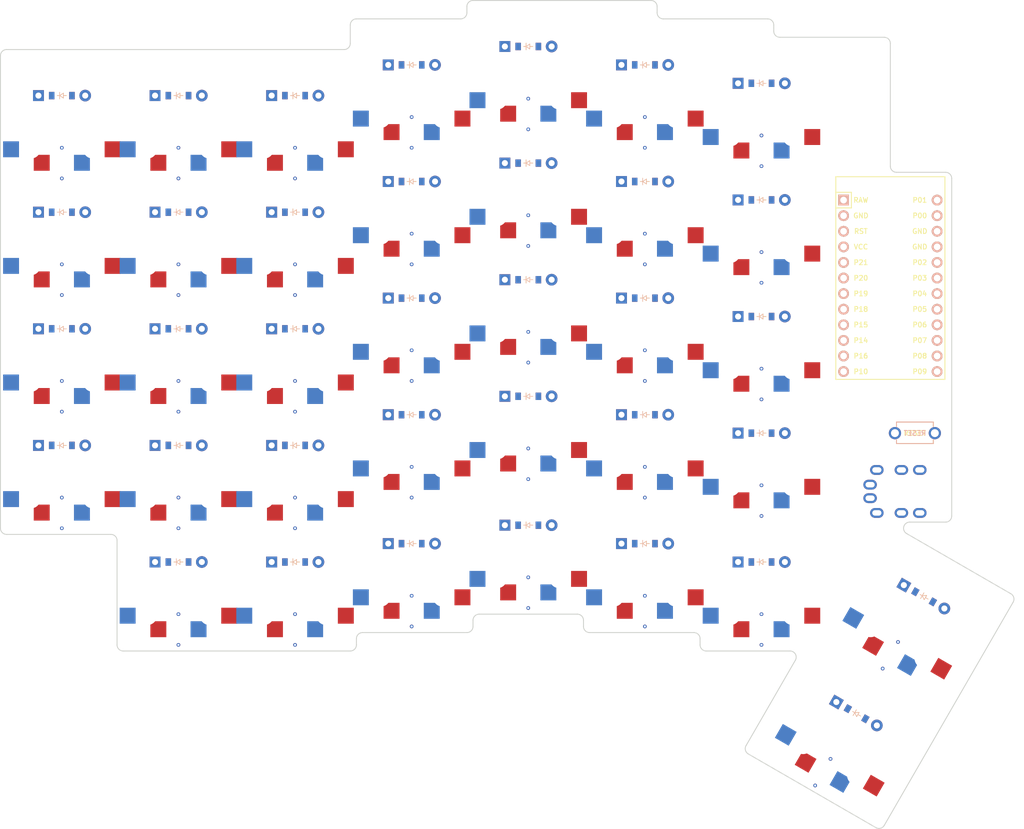
<source format=kicad_pcb>
(kicad_pcb (version 20171130) (host pcbnew 5.1.6)
  (title_block (title main) (rev v1.0.0) (company Unknown))
  (layers (0 F.Cu signal) (31 B.Cu signal) (34 B.Paste user) (35 F.Paste user) (36 B.SilkS user) (37 F.SilkS user) (38 B.Mask user) (39 F.Mask user) (44 Edge.Cuts user))
  (net 0 "")
  (net 1 "macro_bottom")
  (net 2 "P10")
  (net 3 "P16")
  (net 4 "macro_home")
  (net 5 "P6")
  (net 6 "macro_top")
  (net 7 "P5")
  (net 8 "macro_numbers")
  (net 9 "P4")
  (net 10 "command_bottom")
  (net 11 "P14")
  (net 12 "command_home")
  (net 13 "command_top")
  (net 14 "command_numbers")
  (net 15 "pinky_bottom")
  (net 16 "P15")
  (net 17 "pinky_home")
  (net 18 "pinky_top")
  (net 19 "pinky_numbers")
  (net 20 "ring_bottom")
  (net 21 "P18")
  (net 22 "ring_home")
  (net 23 "ring_top")
  (net 24 "ring_numbers")
  (net 25 "middle_bottom")
  (net 26 "P19")
  (net 27 "middle_home")
  (net 28 "middle_top")
  (net 29 "middle_numbers")
  (net 30 "index_bottom")
  (net 31 "P20")
  (net 32 "index_home")
  (net 33 "index_top")
  (net 34 "index_numbers")
  (net 35 "inner_bottom")
  (net 36 "P21")
  (net 37 "inner_home")
  (net 38 "inner_top")
  (net 39 "inner_numbers")
  (net 40 "index_thumb")
  (net 41 "P7")
  (net 42 "inner_thumb")
  (net 43 "far_thumb")
  (net 44 "P9")
  (net 45 "near_thumb")
  (net 46 "P8")
  (net 47 "ctrl_thumb")
  (net 48 "meta_thumb")
  (net 49 "alt_thumb")
  (net 50 "fn_thumb")
  (net 51 "RAW")
  (net 52 "GND")
  (net 53 "RST")
  (net 54 "VCC")
  (net 55 "P1")
  (net 56 "P0")
  (net 57 "P2")
  (net 58 "P3")
  (module ComboDiode (layer F.Cu) (at 0 -5 0)
    (fp_text reference "D1" hide)
    (fp_text value "" hide)
    (pad 1 smd rect (at -1.65 0 0) (size 0.9 1.2) (layers F.Cu F.Paste F.Mask) (net 2 "P10"))
    (pad 2 smd rect (at 1.65 0 0) (size 0.9 1.2) (layers B.Cu B.Paste B.Mask) (net 1 "macro_bottom"))
    (pad 1 smd rect (at -1.65 0 0) (size 0.9 1.2) (layers B.Cu B.Paste B.Mask) (net 2 "P10"))
    (pad 2 smd rect (at 1.65 0 0) (size 0.9 1.2) (layers F.Cu F.Paste F.Mask) (net 1 "macro_bottom"))
    (pad 1 thru_hole circle (at 3.81 0 0) (size 1.905 1.905) (drill 0.9906) (layers *.Cu *.Mask) (net 1 "macro_bottom"))
    (pad 2 thru_hole rect (at -3.81 0 0) (size 1.778 1.778) (drill 0.9906) (layers *.Cu *.Mask) (net 2 "P10"))
  )
  (module VIA-0.6mm (layer F.Cu) (at 0 3.5 0)
    (fp_text reference REF** hide)
    (fp_text value VIA-0.6mm hide)
    (pad 1 thru_hole circle (at 0 0) (size 0.6 0.6) (drill 0.3) (layers *.Cu) (net 1 "macro_bottom"))
  )
  (module VIA-0.6mm (layer F.Cu) (at 0 8.5 0)
    (fp_text reference REF** hide)
    (fp_text value VIA-0.6mm hide)
    (pad 1 thru_hole circle (at 0 0) (size 0.6 0.6) (drill 0.3) (layers *.Cu) (net 3 "P16"))
  )
  (module PG1350 (layer F.Cu) (at 0 0 180)
    (fp_text reference "S1" hide)
    (fp_text value "" hide)
    (pad "" np_thru_hole circle (at 0 0) (size 3.429 3.429) (drill 3.429) (layers *.Cu *.Mask))
    (pad "" np_thru_hole circle (at 5.5 0) (size 1.7018 1.7018) (drill 1.7018) (layers *.Cu *.Mask))
    (pad "" np_thru_hole circle (at -5.5 0) (size 1.7018 1.7018) (drill 1.7018) (layers *.Cu *.Mask))
    (pad "" np_thru_hole circle (at 5 -3.75) (size 3 3) (drill 3) (layers *.Cu *.Mask))
    (pad "" np_thru_hole circle (at 0 -5.95) (size 3 3) (drill 3) (layers *.Cu *.Mask))
    (pad 1 smd rect (at -3.275 -5.95 180) (size 2.6 2.6) (layers B.Cu B.Paste B.Mask) (net 1 "macro_bottom"))
    (pad 2 smd rect (at 8.275 -3.75 180) (size 2.6 2.6) (layers B.Cu B.Paste B.Mask) (net 3 "P16"))
    (pad "" np_thru_hole circle (at -5 -3.75) (size 3 3) (drill 3) (layers *.Cu *.Mask))
    (pad "" np_thru_hole circle (at 0 -5.95) (size 3 3) (drill 3) (layers *.Cu *.Mask))
    (pad 1 smd rect (at 3.275 -5.95 180) (size 2.6 2.6) (layers F.Cu F.Paste F.Mask) (net 1 "macro_bottom"))
    (pad 2 smd rect (at -8.275 -3.75 180) (size 2.6 2.6) (layers F.Cu F.Paste F.Mask) (net 3 "P16"))
  )
  (module ComboDiode (layer F.Cu) (at 0 -24 0)
    (fp_text reference "D2" hide)
    (fp_text value "" hide)
    (pad 1 smd rect (at -1.65 0 0) (size 0.9 1.2) (layers F.Cu F.Paste F.Mask) (net 5 "P6"))
    (pad 2 smd rect (at 1.65 0 0) (size 0.9 1.2) (layers B.Cu B.Paste B.Mask) (net 4 "macro_home"))
    (pad 1 smd rect (at -1.65 0 0) (size 0.9 1.2) (layers B.Cu B.Paste B.Mask) (net 5 "P6"))
    (pad 2 smd rect (at 1.65 0 0) (size 0.9 1.2) (layers F.Cu F.Paste F.Mask) (net 4 "macro_home"))
    (pad 1 thru_hole circle (at 3.81 0 0) (size 1.905 1.905) (drill 0.9906) (layers *.Cu *.Mask) (net 4 "macro_home"))
    (pad 2 thru_hole rect (at -3.81 0 0) (size 1.778 1.778) (drill 0.9906) (layers *.Cu *.Mask) (net 5 "P6"))
  )
  (module VIA-0.6mm (layer F.Cu) (at 0 -15.5 0)
    (fp_text reference REF** hide)
    (fp_text value VIA-0.6mm hide)
    (pad 1 thru_hole circle (at 0 0) (size 0.6 0.6) (drill 0.3) (layers *.Cu) (net 4 "macro_home"))
  )
  (module VIA-0.6mm (layer F.Cu) (at 0 -10.5 0)
    (fp_text reference REF** hide)
    (fp_text value VIA-0.6mm hide)
    (pad 1 thru_hole circle (at 0 0) (size 0.6 0.6) (drill 0.3) (layers *.Cu) (net 3 "P16"))
  )
  (module PG1350 (layer F.Cu) (at 0 -19 180)
    (fp_text reference "S2" hide)
    (fp_text value "" hide)
    (pad "" np_thru_hole circle (at 0 0) (size 3.429 3.429) (drill 3.429) (layers *.Cu *.Mask))
    (pad "" np_thru_hole circle (at 5.5 0) (size 1.7018 1.7018) (drill 1.7018) (layers *.Cu *.Mask))
    (pad "" np_thru_hole circle (at -5.5 0) (size 1.7018 1.7018) (drill 1.7018) (layers *.Cu *.Mask))
    (pad "" np_thru_hole circle (at 5 -3.75) (size 3 3) (drill 3) (layers *.Cu *.Mask))
    (pad "" np_thru_hole circle (at 0 -5.95) (size 3 3) (drill 3) (layers *.Cu *.Mask))
    (pad 1 smd rect (at -3.275 -5.95 180) (size 2.6 2.6) (layers B.Cu B.Paste B.Mask) (net 4 "macro_home"))
    (pad 2 smd rect (at 8.275 -3.75 180) (size 2.6 2.6) (layers B.Cu B.Paste B.Mask) (net 3 "P16"))
    (pad "" np_thru_hole circle (at -5 -3.75) (size 3 3) (drill 3) (layers *.Cu *.Mask))
    (pad "" np_thru_hole circle (at 0 -5.95) (size 3 3) (drill 3) (layers *.Cu *.Mask))
    (pad 1 smd rect (at 3.275 -5.95 180) (size 2.6 2.6) (layers F.Cu F.Paste F.Mask) (net 4 "macro_home"))
    (pad 2 smd rect (at -8.275 -3.75 180) (size 2.6 2.6) (layers F.Cu F.Paste F.Mask) (net 3 "P16"))
  )
  (module ComboDiode (layer F.Cu) (at 0 -43 0)
    (fp_text reference "D3" hide)
    (fp_text value "" hide)
    (pad 1 smd rect (at -1.65 0 0) (size 0.9 1.2) (layers F.Cu F.Paste F.Mask) (net 7 "P5"))
    (pad 2 smd rect (at 1.65 0 0) (size 0.9 1.2) (layers B.Cu B.Paste B.Mask) (net 6 "macro_top"))
    (pad 1 smd rect (at -1.65 0 0) (size 0.9 1.2) (layers B.Cu B.Paste B.Mask) (net 7 "P5"))
    (pad 2 smd rect (at 1.65 0 0) (size 0.9 1.2) (layers F.Cu F.Paste F.Mask) (net 6 "macro_top"))
    (pad 1 thru_hole circle (at 3.81 0 0) (size 1.905 1.905) (drill 0.9906) (layers *.Cu *.Mask) (net 6 "macro_top"))
    (pad 2 thru_hole rect (at -3.81 0 0) (size 1.778 1.778) (drill 0.9906) (layers *.Cu *.Mask) (net 7 "P5"))
  )
  (module VIA-0.6mm (layer F.Cu) (at 0 -34.5 0)
    (fp_text reference REF** hide)
    (fp_text value VIA-0.6mm hide)
    (pad 1 thru_hole circle (at 0 0) (size 0.6 0.6) (drill 0.3) (layers *.Cu) (net 6 "macro_top"))
  )
  (module VIA-0.6mm (layer F.Cu) (at 0 -29.5 0)
    (fp_text reference REF** hide)
    (fp_text value VIA-0.6mm hide)
    (pad 1 thru_hole circle (at 0 0) (size 0.6 0.6) (drill 0.3) (layers *.Cu) (net 3 "P16"))
  )
  (module PG1350 (layer F.Cu) (at 0 -38 180)
    (fp_text reference "S3" hide)
    (fp_text value "" hide)
    (pad "" np_thru_hole circle (at 0 0) (size 3.429 3.429) (drill 3.429) (layers *.Cu *.Mask))
    (pad "" np_thru_hole circle (at 5.5 0) (size 1.7018 1.7018) (drill 1.7018) (layers *.Cu *.Mask))
    (pad "" np_thru_hole circle (at -5.5 0) (size 1.7018 1.7018) (drill 1.7018) (layers *.Cu *.Mask))
    (pad "" np_thru_hole circle (at 5 -3.75) (size 3 3) (drill 3) (layers *.Cu *.Mask))
    (pad "" np_thru_hole circle (at 0 -5.95) (size 3 3) (drill 3) (layers *.Cu *.Mask))
    (pad 1 smd rect (at -3.275 -5.95 180) (size 2.6 2.6) (layers B.Cu B.Paste B.Mask) (net 6 "macro_top"))
    (pad 2 smd rect (at 8.275 -3.75 180) (size 2.6 2.6) (layers B.Cu B.Paste B.Mask) (net 3 "P16"))
    (pad "" np_thru_hole circle (at -5 -3.75) (size 3 3) (drill 3) (layers *.Cu *.Mask))
    (pad "" np_thru_hole circle (at 0 -5.95) (size 3 3) (drill 3) (layers *.Cu *.Mask))
    (pad 1 smd rect (at 3.275 -5.95 180) (size 2.6 2.6) (layers F.Cu F.Paste F.Mask) (net 6 "macro_top"))
    (pad 2 smd rect (at -8.275 -3.75 180) (size 2.6 2.6) (layers F.Cu F.Paste F.Mask) (net 3 "P16"))
  )
  (module ComboDiode (layer F.Cu) (at 0 -62 0)
    (fp_text reference "D4" hide)
    (fp_text value "" hide)
    (pad 1 smd rect (at -1.65 0 0) (size 0.9 1.2) (layers F.Cu F.Paste F.Mask) (net 9 "P4"))
    (pad 2 smd rect (at 1.65 0 0) (size 0.9 1.2) (layers B.Cu B.Paste B.Mask) (net 8 "macro_numbers"))
    (pad 1 smd rect (at -1.65 0 0) (size 0.9 1.2) (layers B.Cu B.Paste B.Mask) (net 9 "P4"))
    (pad 2 smd rect (at 1.65 0 0) (size 0.9 1.2) (layers F.Cu F.Paste F.Mask) (net 8 "macro_numbers"))
    (pad 1 thru_hole circle (at 3.81 0 0) (size 1.905 1.905) (drill 0.9906) (layers *.Cu *.Mask) (net 8 "macro_numbers"))
    (pad 2 thru_hole rect (at -3.81 0 0) (size 1.778 1.778) (drill 0.9906) (layers *.Cu *.Mask) (net 9 "P4"))
  )
  (module VIA-0.6mm (layer F.Cu) (at 0 -53.5 0)
    (fp_text reference REF** hide)
    (fp_text value VIA-0.6mm hide)
    (pad 1 thru_hole circle (at 0 0) (size 0.6 0.6) (drill 0.3) (layers *.Cu) (net 8 "macro_numbers"))
  )
  (module VIA-0.6mm (layer F.Cu) (at 0 -48.5 0)
    (fp_text reference REF** hide)
    (fp_text value VIA-0.6mm hide)
    (pad 1 thru_hole circle (at 0 0) (size 0.6 0.6) (drill 0.3) (layers *.Cu) (net 3 "P16"))
  )
  (module PG1350 (layer F.Cu) (at 0 -57 180)
    (fp_text reference "S4" hide)
    (fp_text value "" hide)
    (pad "" np_thru_hole circle (at 0 0) (size 3.429 3.429) (drill 3.429) (layers *.Cu *.Mask))
    (pad "" np_thru_hole circle (at 5.5 0) (size 1.7018 1.7018) (drill 1.7018) (layers *.Cu *.Mask))
    (pad "" np_thru_hole circle (at -5.5 0) (size 1.7018 1.7018) (drill 1.7018) (layers *.Cu *.Mask))
    (pad "" np_thru_hole circle (at 5 -3.75) (size 3 3) (drill 3) (layers *.Cu *.Mask))
    (pad "" np_thru_hole circle (at 0 -5.95) (size 3 3) (drill 3) (layers *.Cu *.Mask))
    (pad 1 smd rect (at -3.275 -5.95 180) (size 2.6 2.6) (layers B.Cu B.Paste B.Mask) (net 8 "macro_numbers"))
    (pad 2 smd rect (at 8.275 -3.75 180) (size 2.6 2.6) (layers B.Cu B.Paste B.Mask) (net 3 "P16"))
    (pad "" np_thru_hole circle (at -5 -3.75) (size 3 3) (drill 3) (layers *.Cu *.Mask))
    (pad "" np_thru_hole circle (at 0 -5.95) (size 3 3) (drill 3) (layers *.Cu *.Mask))
    (pad 1 smd rect (at 3.275 -5.95 180) (size 2.6 2.6) (layers F.Cu F.Paste F.Mask) (net 8 "macro_numbers"))
    (pad 2 smd rect (at -8.275 -3.75 180) (size 2.6 2.6) (layers F.Cu F.Paste F.Mask) (net 3 "P16"))
  )
  (module ComboDiode (layer F.Cu) (at 19 -5 0)
    (fp_text reference "D5" hide)
    (fp_text value "" hide)
    (pad 1 smd rect (at -1.65 0 0) (size 0.9 1.2) (layers F.Cu F.Paste F.Mask) (net 2 "P10"))
    (pad 2 smd rect (at 1.65 0 0) (size 0.9 1.2) (layers B.Cu B.Paste B.Mask) (net 10 "command_bottom"))
    (pad 1 smd rect (at -1.65 0 0) (size 0.9 1.2) (layers B.Cu B.Paste B.Mask) (net 2 "P10"))
    (pad 2 smd rect (at 1.65 0 0) (size 0.9 1.2) (layers F.Cu F.Paste F.Mask) (net 10 "command_bottom"))
    (pad 1 thru_hole circle (at 3.81 0 0) (size 1.905 1.905) (drill 0.9906) (layers *.Cu *.Mask) (net 10 "command_bottom"))
    (pad 2 thru_hole rect (at -3.81 0 0) (size 1.778 1.778) (drill 0.9906) (layers *.Cu *.Mask) (net 2 "P10"))
  )
  (module VIA-0.6mm (layer F.Cu) (at 19 3.5 0)
    (fp_text reference REF** hide)
    (fp_text value VIA-0.6mm hide)
    (pad 1 thru_hole circle (at 0 0) (size 0.6 0.6) (drill 0.3) (layers *.Cu) (net 10 "command_bottom"))
  )
  (module VIA-0.6mm (layer F.Cu) (at 19 8.5 0)
    (fp_text reference REF** hide)
    (fp_text value VIA-0.6mm hide)
    (pad 1 thru_hole circle (at 0 0) (size 0.6 0.6) (drill 0.3) (layers *.Cu) (net 11 "P14"))
  )
  (module PG1350 (layer F.Cu) (at 19 0 180)
    (fp_text reference "S5" hide)
    (fp_text value "" hide)
    (pad "" np_thru_hole circle (at 0 0) (size 3.429 3.429) (drill 3.429) (layers *.Cu *.Mask))
    (pad "" np_thru_hole circle (at 5.5 0) (size 1.7018 1.7018) (drill 1.7018) (layers *.Cu *.Mask))
    (pad "" np_thru_hole circle (at -5.5 0) (size 1.7018 1.7018) (drill 1.7018) (layers *.Cu *.Mask))
    (pad "" np_thru_hole circle (at 5 -3.75) (size 3 3) (drill 3) (layers *.Cu *.Mask))
    (pad "" np_thru_hole circle (at 0 -5.95) (size 3 3) (drill 3) (layers *.Cu *.Mask))
    (pad 1 smd rect (at -3.275 -5.95 180) (size 2.6 2.6) (layers B.Cu B.Paste B.Mask) (net 10 "command_bottom"))
    (pad 2 smd rect (at 8.275 -3.75 180) (size 2.6 2.6) (layers B.Cu B.Paste B.Mask) (net 11 "P14"))
    (pad "" np_thru_hole circle (at -5 -3.75) (size 3 3) (drill 3) (layers *.Cu *.Mask))
    (pad "" np_thru_hole circle (at 0 -5.95) (size 3 3) (drill 3) (layers *.Cu *.Mask))
    (pad 1 smd rect (at 3.275 -5.95 180) (size 2.6 2.6) (layers F.Cu F.Paste F.Mask) (net 10 "command_bottom"))
    (pad 2 smd rect (at -8.275 -3.75 180) (size 2.6 2.6) (layers F.Cu F.Paste F.Mask) (net 11 "P14"))
  )
  (module ComboDiode (layer F.Cu) (at 19 -24 0)
    (fp_text reference "D6" hide)
    (fp_text value "" hide)
    (pad 1 smd rect (at -1.65 0 0) (size 0.9 1.2) (layers F.Cu F.Paste F.Mask) (net 5 "P6"))
    (pad 2 smd rect (at 1.65 0 0) (size 0.9 1.2) (layers B.Cu B.Paste B.Mask) (net 12 "command_home"))
    (pad 1 smd rect (at -1.65 0 0) (size 0.9 1.2) (layers B.Cu B.Paste B.Mask) (net 5 "P6"))
    (pad 2 smd rect (at 1.65 0 0) (size 0.9 1.2) (layers F.Cu F.Paste F.Mask) (net 12 "command_home"))
    (pad 1 thru_hole circle (at 3.81 0 0) (size 1.905 1.905) (drill 0.9906) (layers *.Cu *.Mask) (net 12 "command_home"))
    (pad 2 thru_hole rect (at -3.81 0 0) (size 1.778 1.778) (drill 0.9906) (layers *.Cu *.Mask) (net 5 "P6"))
  )
  (module VIA-0.6mm (layer F.Cu) (at 19 -15.5 0)
    (fp_text reference REF** hide)
    (fp_text value VIA-0.6mm hide)
    (pad 1 thru_hole circle (at 0 0) (size 0.6 0.6) (drill 0.3) (layers *.Cu) (net 12 "command_home"))
  )
  (module VIA-0.6mm (layer F.Cu) (at 19 -10.5 0)
    (fp_text reference REF** hide)
    (fp_text value VIA-0.6mm hide)
    (pad 1 thru_hole circle (at 0 0) (size 0.6 0.6) (drill 0.3) (layers *.Cu) (net 11 "P14"))
  )
  (module PG1350 (layer F.Cu) (at 19 -19 180)
    (fp_text reference "S6" hide)
    (fp_text value "" hide)
    (pad "" np_thru_hole circle (at 0 0) (size 3.429 3.429) (drill 3.429) (layers *.Cu *.Mask))
    (pad "" np_thru_hole circle (at 5.5 0) (size 1.7018 1.7018) (drill 1.7018) (layers *.Cu *.Mask))
    (pad "" np_thru_hole circle (at -5.5 0) (size 1.7018 1.7018) (drill 1.7018) (layers *.Cu *.Mask))
    (pad "" np_thru_hole circle (at 5 -3.75) (size 3 3) (drill 3) (layers *.Cu *.Mask))
    (pad "" np_thru_hole circle (at 0 -5.95) (size 3 3) (drill 3) (layers *.Cu *.Mask))
    (pad 1 smd rect (at -3.275 -5.95 180) (size 2.6 2.6) (layers B.Cu B.Paste B.Mask) (net 12 "command_home"))
    (pad 2 smd rect (at 8.275 -3.75 180) (size 2.6 2.6) (layers B.Cu B.Paste B.Mask) (net 11 "P14"))
    (pad "" np_thru_hole circle (at -5 -3.75) (size 3 3) (drill 3) (layers *.Cu *.Mask))
    (pad "" np_thru_hole circle (at 0 -5.95) (size 3 3) (drill 3) (layers *.Cu *.Mask))
    (pad 1 smd rect (at 3.275 -5.95 180) (size 2.6 2.6) (layers F.Cu F.Paste F.Mask) (net 12 "command_home"))
    (pad 2 smd rect (at -8.275 -3.75 180) (size 2.6 2.6) (layers F.Cu F.Paste F.Mask) (net 11 "P14"))
  )
  (module ComboDiode (layer F.Cu) (at 19 -43 0)
    (fp_text reference "D7" hide)
    (fp_text value "" hide)
    (pad 1 smd rect (at -1.65 0 0) (size 0.9 1.2) (layers F.Cu F.Paste F.Mask) (net 7 "P5"))
    (pad 2 smd rect (at 1.65 0 0) (size 0.9 1.2) (layers B.Cu B.Paste B.Mask) (net 13 "command_top"))
    (pad 1 smd rect (at -1.65 0 0) (size 0.9 1.2) (layers B.Cu B.Paste B.Mask) (net 7 "P5"))
    (pad 2 smd rect (at 1.65 0 0) (size 0.9 1.2) (layers F.Cu F.Paste F.Mask) (net 13 "command_top"))
    (pad 1 thru_hole circle (at 3.81 0 0) (size 1.905 1.905) (drill 0.9906) (layers *.Cu *.Mask) (net 13 "command_top"))
    (pad 2 thru_hole rect (at -3.81 0 0) (size 1.778 1.778) (drill 0.9906) (layers *.Cu *.Mask) (net 7 "P5"))
  )
  (module VIA-0.6mm (layer F.Cu) (at 19 -34.5 0)
    (fp_text reference REF** hide)
    (fp_text value VIA-0.6mm hide)
    (pad 1 thru_hole circle (at 0 0) (size 0.6 0.6) (drill 0.3) (layers *.Cu) (net 13 "command_top"))
  )
  (module VIA-0.6mm (layer F.Cu) (at 19 -29.5 0)
    (fp_text reference REF** hide)
    (fp_text value VIA-0.6mm hide)
    (pad 1 thru_hole circle (at 0 0) (size 0.6 0.6) (drill 0.3) (layers *.Cu) (net 11 "P14"))
  )
  (module PG1350 (layer F.Cu) (at 19 -38 180)
    (fp_text reference "S7" hide)
    (fp_text value "" hide)
    (pad "" np_thru_hole circle (at 0 0) (size 3.429 3.429) (drill 3.429) (layers *.Cu *.Mask))
    (pad "" np_thru_hole circle (at 5.5 0) (size 1.7018 1.7018) (drill 1.7018) (layers *.Cu *.Mask))
    (pad "" np_thru_hole circle (at -5.5 0) (size 1.7018 1.7018) (drill 1.7018) (layers *.Cu *.Mask))
    (pad "" np_thru_hole circle (at 5 -3.75) (size 3 3) (drill 3) (layers *.Cu *.Mask))
    (pad "" np_thru_hole circle (at 0 -5.95) (size 3 3) (drill 3) (layers *.Cu *.Mask))
    (pad 1 smd rect (at -3.275 -5.95 180) (size 2.6 2.6) (layers B.Cu B.Paste B.Mask) (net 13 "command_top"))
    (pad 2 smd rect (at 8.275 -3.75 180) (size 2.6 2.6) (layers B.Cu B.Paste B.Mask) (net 11 "P14"))
    (pad "" np_thru_hole circle (at -5 -3.75) (size 3 3) (drill 3) (layers *.Cu *.Mask))
    (pad "" np_thru_hole circle (at 0 -5.95) (size 3 3) (drill 3) (layers *.Cu *.Mask))
    (pad 1 smd rect (at 3.275 -5.95 180) (size 2.6 2.6) (layers F.Cu F.Paste F.Mask) (net 13 "command_top"))
    (pad 2 smd rect (at -8.275 -3.75 180) (size 2.6 2.6) (layers F.Cu F.Paste F.Mask) (net 11 "P14"))
  )
  (module ComboDiode (layer F.Cu) (at 19 -62 0)
    (fp_text reference "D8" hide)
    (fp_text value "" hide)
    (pad 1 smd rect (at -1.65 0 0) (size 0.9 1.2) (layers F.Cu F.Paste F.Mask) (net 9 "P4"))
    (pad 2 smd rect (at 1.65 0 0) (size 0.9 1.2) (layers B.Cu B.Paste B.Mask) (net 14 "command_numbers"))
    (pad 1 smd rect (at -1.65 0 0) (size 0.9 1.2) (layers B.Cu B.Paste B.Mask) (net 9 "P4"))
    (pad 2 smd rect (at 1.65 0 0) (size 0.9 1.2) (layers F.Cu F.Paste F.Mask) (net 14 "command_numbers"))
    (pad 1 thru_hole circle (at 3.81 0 0) (size 1.905 1.905) (drill 0.9906) (layers *.Cu *.Mask) (net 14 "command_numbers"))
    (pad 2 thru_hole rect (at -3.81 0 0) (size 1.778 1.778) (drill 0.9906) (layers *.Cu *.Mask) (net 9 "P4"))
  )
  (module VIA-0.6mm (layer F.Cu) (at 19 -53.5 0)
    (fp_text reference REF** hide)
    (fp_text value VIA-0.6mm hide)
    (pad 1 thru_hole circle (at 0 0) (size 0.6 0.6) (drill 0.3) (layers *.Cu) (net 14 "command_numbers"))
  )
  (module VIA-0.6mm (layer F.Cu) (at 19 -48.5 0)
    (fp_text reference REF** hide)
    (fp_text value VIA-0.6mm hide)
    (pad 1 thru_hole circle (at 0 0) (size 0.6 0.6) (drill 0.3) (layers *.Cu) (net 11 "P14"))
  )
  (module PG1350 (layer F.Cu) (at 19 -57 180)
    (fp_text reference "S8" hide)
    (fp_text value "" hide)
    (pad "" np_thru_hole circle (at 0 0) (size 3.429 3.429) (drill 3.429) (layers *.Cu *.Mask))
    (pad "" np_thru_hole circle (at 5.5 0) (size 1.7018 1.7018) (drill 1.7018) (layers *.Cu *.Mask))
    (pad "" np_thru_hole circle (at -5.5 0) (size 1.7018 1.7018) (drill 1.7018) (layers *.Cu *.Mask))
    (pad "" np_thru_hole circle (at 5 -3.75) (size 3 3) (drill 3) (layers *.Cu *.Mask))
    (pad "" np_thru_hole circle (at 0 -5.95) (size 3 3) (drill 3) (layers *.Cu *.Mask))
    (pad 1 smd rect (at -3.275 -5.95 180) (size 2.6 2.6) (layers B.Cu B.Paste B.Mask) (net 14 "command_numbers"))
    (pad 2 smd rect (at 8.275 -3.75 180) (size 2.6 2.6) (layers B.Cu B.Paste B.Mask) (net 11 "P14"))
    (pad "" np_thru_hole circle (at -5 -3.75) (size 3 3) (drill 3) (layers *.Cu *.Mask))
    (pad "" np_thru_hole circle (at 0 -5.95) (size 3 3) (drill 3) (layers *.Cu *.Mask))
    (pad 1 smd rect (at 3.275 -5.95 180) (size 2.6 2.6) (layers F.Cu F.Paste F.Mask) (net 14 "command_numbers"))
    (pad 2 smd rect (at -8.275 -3.75 180) (size 2.6 2.6) (layers F.Cu F.Paste F.Mask) (net 11 "P14"))
  )
  (module ComboDiode (layer F.Cu) (at 38 -5 0)
    (fp_text reference "D9" hide)
    (fp_text value "" hide)
    (pad 1 smd rect (at -1.65 0 0) (size 0.9 1.2) (layers F.Cu F.Paste F.Mask) (net 2 "P10"))
    (pad 2 smd rect (at 1.65 0 0) (size 0.9 1.2) (layers B.Cu B.Paste B.Mask) (net 15 "pinky_bottom"))
    (pad 1 smd rect (at -1.65 0 0) (size 0.9 1.2) (layers B.Cu B.Paste B.Mask) (net 2 "P10"))
    (pad 2 smd rect (at 1.65 0 0) (size 0.9 1.2) (layers F.Cu F.Paste F.Mask) (net 15 "pinky_bottom"))
    (pad 1 thru_hole circle (at 3.81 0 0) (size 1.905 1.905) (drill 0.9906) (layers *.Cu *.Mask) (net 15 "pinky_bottom"))
    (pad 2 thru_hole rect (at -3.81 0 0) (size 1.778 1.778) (drill 0.9906) (layers *.Cu *.Mask) (net 2 "P10"))
  )
  (module VIA-0.6mm (layer F.Cu) (at 38 3.5 0)
    (fp_text reference REF** hide)
    (fp_text value VIA-0.6mm hide)
    (pad 1 thru_hole circle (at 0 0) (size 0.6 0.6) (drill 0.3) (layers *.Cu) (net 15 "pinky_bottom"))
  )
  (module VIA-0.6mm (layer F.Cu) (at 38 8.5 0)
    (fp_text reference REF** hide)
    (fp_text value VIA-0.6mm hide)
    (pad 1 thru_hole circle (at 0 0) (size 0.6 0.6) (drill 0.3) (layers *.Cu) (net 16 "P15"))
  )
  (module PG1350 (layer F.Cu) (at 38 0 180)
    (fp_text reference "S9" hide)
    (fp_text value "" hide)
    (pad "" np_thru_hole circle (at 0 0) (size 3.429 3.429) (drill 3.429) (layers *.Cu *.Mask))
    (pad "" np_thru_hole circle (at 5.5 0) (size 1.7018 1.7018) (drill 1.7018) (layers *.Cu *.Mask))
    (pad "" np_thru_hole circle (at -5.5 0) (size 1.7018 1.7018) (drill 1.7018) (layers *.Cu *.Mask))
    (pad "" np_thru_hole circle (at 5 -3.75) (size 3 3) (drill 3) (layers *.Cu *.Mask))
    (pad "" np_thru_hole circle (at 0 -5.95) (size 3 3) (drill 3) (layers *.Cu *.Mask))
    (pad 1 smd rect (at -3.275 -5.95 180) (size 2.6 2.6) (layers B.Cu B.Paste B.Mask) (net 15 "pinky_bottom"))
    (pad 2 smd rect (at 8.275 -3.75 180) (size 2.6 2.6) (layers B.Cu B.Paste B.Mask) (net 16 "P15"))
    (pad "" np_thru_hole circle (at -5 -3.75) (size 3 3) (drill 3) (layers *.Cu *.Mask))
    (pad "" np_thru_hole circle (at 0 -5.95) (size 3 3) (drill 3) (layers *.Cu *.Mask))
    (pad 1 smd rect (at 3.275 -5.95 180) (size 2.6 2.6) (layers F.Cu F.Paste F.Mask) (net 15 "pinky_bottom"))
    (pad 2 smd rect (at -8.275 -3.75 180) (size 2.6 2.6) (layers F.Cu F.Paste F.Mask) (net 16 "P15"))
  )
  (module ComboDiode (layer F.Cu) (at 38 -24 0)
    (fp_text reference "D10" hide)
    (fp_text value "" hide)
    (pad 1 smd rect (at -1.65 0 0) (size 0.9 1.2) (layers F.Cu F.Paste F.Mask) (net 5 "P6"))
    (pad 2 smd rect (at 1.65 0 0) (size 0.9 1.2) (layers B.Cu B.Paste B.Mask) (net 17 "pinky_home"))
    (pad 1 smd rect (at -1.65 0 0) (size 0.9 1.2) (layers B.Cu B.Paste B.Mask) (net 5 "P6"))
    (pad 2 smd rect (at 1.65 0 0) (size 0.9 1.2) (layers F.Cu F.Paste F.Mask) (net 17 "pinky_home"))
    (pad 1 thru_hole circle (at 3.81 0 0) (size 1.905 1.905) (drill 0.9906) (layers *.Cu *.Mask) (net 17 "pinky_home"))
    (pad 2 thru_hole rect (at -3.81 0 0) (size 1.778 1.778) (drill 0.9906) (layers *.Cu *.Mask) (net 5 "P6"))
  )
  (module VIA-0.6mm (layer F.Cu) (at 38 -15.5 0)
    (fp_text reference REF** hide)
    (fp_text value VIA-0.6mm hide)
    (pad 1 thru_hole circle (at 0 0) (size 0.6 0.6) (drill 0.3) (layers *.Cu) (net 17 "pinky_home"))
  )
  (module VIA-0.6mm (layer F.Cu) (at 38 -10.5 0)
    (fp_text reference REF** hide)
    (fp_text value VIA-0.6mm hide)
    (pad 1 thru_hole circle (at 0 0) (size 0.6 0.6) (drill 0.3) (layers *.Cu) (net 16 "P15"))
  )
  (module PG1350 (layer F.Cu) (at 38 -19 180)
    (fp_text reference "S10" hide)
    (fp_text value "" hide)
    (pad "" np_thru_hole circle (at 0 0) (size 3.429 3.429) (drill 3.429) (layers *.Cu *.Mask))
    (pad "" np_thru_hole circle (at 5.5 0) (size 1.7018 1.7018) (drill 1.7018) (layers *.Cu *.Mask))
    (pad "" np_thru_hole circle (at -5.5 0) (size 1.7018 1.7018) (drill 1.7018) (layers *.Cu *.Mask))
    (pad "" np_thru_hole circle (at 5 -3.75) (size 3 3) (drill 3) (layers *.Cu *.Mask))
    (pad "" np_thru_hole circle (at 0 -5.95) (size 3 3) (drill 3) (layers *.Cu *.Mask))
    (pad 1 smd rect (at -3.275 -5.95 180) (size 2.6 2.6) (layers B.Cu B.Paste B.Mask) (net 17 "pinky_home"))
    (pad 2 smd rect (at 8.275 -3.75 180) (size 2.6 2.6) (layers B.Cu B.Paste B.Mask) (net 16 "P15"))
    (pad "" np_thru_hole circle (at -5 -3.75) (size 3 3) (drill 3) (layers *.Cu *.Mask))
    (pad "" np_thru_hole circle (at 0 -5.95) (size 3 3) (drill 3) (layers *.Cu *.Mask))
    (pad 1 smd rect (at 3.275 -5.95 180) (size 2.6 2.6) (layers F.Cu F.Paste F.Mask) (net 17 "pinky_home"))
    (pad 2 smd rect (at -8.275 -3.75 180) (size 2.6 2.6) (layers F.Cu F.Paste F.Mask) (net 16 "P15"))
  )
  (module ComboDiode (layer F.Cu) (at 38 -43 0)
    (fp_text reference "D11" hide)
    (fp_text value "" hide)
    (pad 1 smd rect (at -1.65 0 0) (size 0.9 1.2) (layers F.Cu F.Paste F.Mask) (net 7 "P5"))
    (pad 2 smd rect (at 1.65 0 0) (size 0.9 1.2) (layers B.Cu B.Paste B.Mask) (net 18 "pinky_top"))
    (pad 1 smd rect (at -1.65 0 0) (size 0.9 1.2) (layers B.Cu B.Paste B.Mask) (net 7 "P5"))
    (pad 2 smd rect (at 1.65 0 0) (size 0.9 1.2) (layers F.Cu F.Paste F.Mask) (net 18 "pinky_top"))
    (pad 1 thru_hole circle (at 3.81 0 0) (size 1.905 1.905) (drill 0.9906) (layers *.Cu *.Mask) (net 18 "pinky_top"))
    (pad 2 thru_hole rect (at -3.81 0 0) (size 1.778 1.778) (drill 0.9906) (layers *.Cu *.Mask) (net 7 "P5"))
  )
  (module VIA-0.6mm (layer F.Cu) (at 38 -34.5 0)
    (fp_text reference REF** hide)
    (fp_text value VIA-0.6mm hide)
    (pad 1 thru_hole circle (at 0 0) (size 0.6 0.6) (drill 0.3) (layers *.Cu) (net 18 "pinky_top"))
  )
  (module VIA-0.6mm (layer F.Cu) (at 38 -29.5 0)
    (fp_text reference REF** hide)
    (fp_text value VIA-0.6mm hide)
    (pad 1 thru_hole circle (at 0 0) (size 0.6 0.6) (drill 0.3) (layers *.Cu) (net 16 "P15"))
  )
  (module PG1350 (layer F.Cu) (at 38 -38 180)
    (fp_text reference "S11" hide)
    (fp_text value "" hide)
    (pad "" np_thru_hole circle (at 0 0) (size 3.429 3.429) (drill 3.429) (layers *.Cu *.Mask))
    (pad "" np_thru_hole circle (at 5.5 0) (size 1.7018 1.7018) (drill 1.7018) (layers *.Cu *.Mask))
    (pad "" np_thru_hole circle (at -5.5 0) (size 1.7018 1.7018) (drill 1.7018) (layers *.Cu *.Mask))
    (pad "" np_thru_hole circle (at 5 -3.75) (size 3 3) (drill 3) (layers *.Cu *.Mask))
    (pad "" np_thru_hole circle (at 0 -5.95) (size 3 3) (drill 3) (layers *.Cu *.Mask))
    (pad 1 smd rect (at -3.275 -5.95 180) (size 2.6 2.6) (layers B.Cu B.Paste B.Mask) (net 18 "pinky_top"))
    (pad 2 smd rect (at 8.275 -3.75 180) (size 2.6 2.6) (layers B.Cu B.Paste B.Mask) (net 16 "P15"))
    (pad "" np_thru_hole circle (at -5 -3.75) (size 3 3) (drill 3) (layers *.Cu *.Mask))
    (pad "" np_thru_hole circle (at 0 -5.95) (size 3 3) (drill 3) (layers *.Cu *.Mask))
    (pad 1 smd rect (at 3.275 -5.95 180) (size 2.6 2.6) (layers F.Cu F.Paste F.Mask) (net 18 "pinky_top"))
    (pad 2 smd rect (at -8.275 -3.75 180) (size 2.6 2.6) (layers F.Cu F.Paste F.Mask) (net 16 "P15"))
  )
  (module ComboDiode (layer F.Cu) (at 38 -62 0)
    (fp_text reference "D12" hide)
    (fp_text value "" hide)
    (pad 1 smd rect (at -1.65 0 0) (size 0.9 1.2) (layers F.Cu F.Paste F.Mask) (net 9 "P4"))
    (pad 2 smd rect (at 1.65 0 0) (size 0.9 1.2) (layers B.Cu B.Paste B.Mask) (net 19 "pinky_numbers"))
    (pad 1 smd rect (at -1.65 0 0) (size 0.9 1.2) (layers B.Cu B.Paste B.Mask) (net 9 "P4"))
    (pad 2 smd rect (at 1.65 0 0) (size 0.9 1.2) (layers F.Cu F.Paste F.Mask) (net 19 "pinky_numbers"))
    (pad 1 thru_hole circle (at 3.81 0 0) (size 1.905 1.905) (drill 0.9906) (layers *.Cu *.Mask) (net 19 "pinky_numbers"))
    (pad 2 thru_hole rect (at -3.81 0 0) (size 1.778 1.778) (drill 0.9906) (layers *.Cu *.Mask) (net 9 "P4"))
  )
  (module VIA-0.6mm (layer F.Cu) (at 38 -53.5 0)
    (fp_text reference REF** hide)
    (fp_text value VIA-0.6mm hide)
    (pad 1 thru_hole circle (at 0 0) (size 0.6 0.6) (drill 0.3) (layers *.Cu) (net 19 "pinky_numbers"))
  )
  (module VIA-0.6mm (layer F.Cu) (at 38 -48.5 0)
    (fp_text reference REF** hide)
    (fp_text value VIA-0.6mm hide)
    (pad 1 thru_hole circle (at 0 0) (size 0.6 0.6) (drill 0.3) (layers *.Cu) (net 16 "P15"))
  )
  (module PG1350 (layer F.Cu) (at 38 -57 180)
    (fp_text reference "S12" hide)
    (fp_text value "" hide)
    (pad "" np_thru_hole circle (at 0 0) (size 3.429 3.429) (drill 3.429) (layers *.Cu *.Mask))
    (pad "" np_thru_hole circle (at 5.5 0) (size 1.7018 1.7018) (drill 1.7018) (layers *.Cu *.Mask))
    (pad "" np_thru_hole circle (at -5.5 0) (size 1.7018 1.7018) (drill 1.7018) (layers *.Cu *.Mask))
    (pad "" np_thru_hole circle (at 5 -3.75) (size 3 3) (drill 3) (layers *.Cu *.Mask))
    (pad "" np_thru_hole circle (at 0 -5.95) (size 3 3) (drill 3) (layers *.Cu *.Mask))
    (pad 1 smd rect (at -3.275 -5.95 180) (size 2.6 2.6) (layers B.Cu B.Paste B.Mask) (net 19 "pinky_numbers"))
    (pad 2 smd rect (at 8.275 -3.75 180) (size 2.6 2.6) (layers B.Cu B.Paste B.Mask) (net 16 "P15"))
    (pad "" np_thru_hole circle (at -5 -3.75) (size 3 3) (drill 3) (layers *.Cu *.Mask))
    (pad "" np_thru_hole circle (at 0 -5.95) (size 3 3) (drill 3) (layers *.Cu *.Mask))
    (pad 1 smd rect (at 3.275 -5.95 180) (size 2.6 2.6) (layers F.Cu F.Paste F.Mask) (net 19 "pinky_numbers"))
    (pad 2 smd rect (at -8.275 -3.75 180) (size 2.6 2.6) (layers F.Cu F.Paste F.Mask) (net 16 "P15"))
  )
  (module ComboDiode (layer F.Cu) (at 57 -10 0)
    (fp_text reference "D13" hide)
    (fp_text value "" hide)
    (pad 1 smd rect (at -1.65 0 0) (size 0.9 1.2) (layers F.Cu F.Paste F.Mask) (net 2 "P10"))
    (pad 2 smd rect (at 1.65 0 0) (size 0.9 1.2) (layers B.Cu B.Paste B.Mask) (net 20 "ring_bottom"))
    (pad 1 smd rect (at -1.65 0 0) (size 0.9 1.2) (layers B.Cu B.Paste B.Mask) (net 2 "P10"))
    (pad 2 smd rect (at 1.65 0 0) (size 0.9 1.2) (layers F.Cu F.Paste F.Mask) (net 20 "ring_bottom"))
    (pad 1 thru_hole circle (at 3.81 0 0) (size 1.905 1.905) (drill 0.9906) (layers *.Cu *.Mask) (net 20 "ring_bottom"))
    (pad 2 thru_hole rect (at -3.81 0 0) (size 1.778 1.778) (drill 0.9906) (layers *.Cu *.Mask) (net 2 "P10"))
  )
  (module VIA-0.6mm (layer F.Cu) (at 57 -1.5 0)
    (fp_text reference REF** hide)
    (fp_text value VIA-0.6mm hide)
    (pad 1 thru_hole circle (at 0 0) (size 0.6 0.6) (drill 0.3) (layers *.Cu) (net 20 "ring_bottom"))
  )
  (module VIA-0.6mm (layer F.Cu) (at 57 3.5 0)
    (fp_text reference REF** hide)
    (fp_text value VIA-0.6mm hide)
    (pad 1 thru_hole circle (at 0 0) (size 0.6 0.6) (drill 0.3) (layers *.Cu) (net 21 "P18"))
  )
  (module PG1350 (layer F.Cu) (at 57 -5 180)
    (fp_text reference "S13" hide)
    (fp_text value "" hide)
    (pad "" np_thru_hole circle (at 0 0) (size 3.429 3.429) (drill 3.429) (layers *.Cu *.Mask))
    (pad "" np_thru_hole circle (at 5.5 0) (size 1.7018 1.7018) (drill 1.7018) (layers *.Cu *.Mask))
    (pad "" np_thru_hole circle (at -5.5 0) (size 1.7018 1.7018) (drill 1.7018) (layers *.Cu *.Mask))
    (pad "" np_thru_hole circle (at 5 -3.75) (size 3 3) (drill 3) (layers *.Cu *.Mask))
    (pad "" np_thru_hole circle (at 0 -5.95) (size 3 3) (drill 3) (layers *.Cu *.Mask))
    (pad 1 smd rect (at -3.275 -5.95 180) (size 2.6 2.6) (layers B.Cu B.Paste B.Mask) (net 20 "ring_bottom"))
    (pad 2 smd rect (at 8.275 -3.75 180) (size 2.6 2.6) (layers B.Cu B.Paste B.Mask) (net 21 "P18"))
    (pad "" np_thru_hole circle (at -5 -3.75) (size 3 3) (drill 3) (layers *.Cu *.Mask))
    (pad "" np_thru_hole circle (at 0 -5.95) (size 3 3) (drill 3) (layers *.Cu *.Mask))
    (pad 1 smd rect (at 3.275 -5.95 180) (size 2.6 2.6) (layers F.Cu F.Paste F.Mask) (net 20 "ring_bottom"))
    (pad 2 smd rect (at -8.275 -3.75 180) (size 2.6 2.6) (layers F.Cu F.Paste F.Mask) (net 21 "P18"))
  )
  (module ComboDiode (layer F.Cu) (at 57 -29 0)
    (fp_text reference "D14" hide)
    (fp_text value "" hide)
    (pad 1 smd rect (at -1.65 0 0) (size 0.9 1.2) (layers F.Cu F.Paste F.Mask) (net 5 "P6"))
    (pad 2 smd rect (at 1.65 0 0) (size 0.9 1.2) (layers B.Cu B.Paste B.Mask) (net 22 "ring_home"))
    (pad 1 smd rect (at -1.65 0 0) (size 0.9 1.2) (layers B.Cu B.Paste B.Mask) (net 5 "P6"))
    (pad 2 smd rect (at 1.65 0 0) (size 0.9 1.2) (layers F.Cu F.Paste F.Mask) (net 22 "ring_home"))
    (pad 1 thru_hole circle (at 3.81 0 0) (size 1.905 1.905) (drill 0.9906) (layers *.Cu *.Mask) (net 22 "ring_home"))
    (pad 2 thru_hole rect (at -3.81 0 0) (size 1.778 1.778) (drill 0.9906) (layers *.Cu *.Mask) (net 5 "P6"))
  )
  (module VIA-0.6mm (layer F.Cu) (at 57 -20.5 0)
    (fp_text reference REF** hide)
    (fp_text value VIA-0.6mm hide)
    (pad 1 thru_hole circle (at 0 0) (size 0.6 0.6) (drill 0.3) (layers *.Cu) (net 22 "ring_home"))
  )
  (module VIA-0.6mm (layer F.Cu) (at 57 -15.5 0)
    (fp_text reference REF** hide)
    (fp_text value VIA-0.6mm hide)
    (pad 1 thru_hole circle (at 0 0) (size 0.6 0.6) (drill 0.3) (layers *.Cu) (net 21 "P18"))
  )
  (module PG1350 (layer F.Cu) (at 57 -24 180)
    (fp_text reference "S14" hide)
    (fp_text value "" hide)
    (pad "" np_thru_hole circle (at 0 0) (size 3.429 3.429) (drill 3.429) (layers *.Cu *.Mask))
    (pad "" np_thru_hole circle (at 5.5 0) (size 1.7018 1.7018) (drill 1.7018) (layers *.Cu *.Mask))
    (pad "" np_thru_hole circle (at -5.5 0) (size 1.7018 1.7018) (drill 1.7018) (layers *.Cu *.Mask))
    (pad "" np_thru_hole circle (at 5 -3.75) (size 3 3) (drill 3) (layers *.Cu *.Mask))
    (pad "" np_thru_hole circle (at 0 -5.95) (size 3 3) (drill 3) (layers *.Cu *.Mask))
    (pad 1 smd rect (at -3.275 -5.95 180) (size 2.6 2.6) (layers B.Cu B.Paste B.Mask) (net 22 "ring_home"))
    (pad 2 smd rect (at 8.275 -3.75 180) (size 2.6 2.6) (layers B.Cu B.Paste B.Mask) (net 21 "P18"))
    (pad "" np_thru_hole circle (at -5 -3.75) (size 3 3) (drill 3) (layers *.Cu *.Mask))
    (pad "" np_thru_hole circle (at 0 -5.95) (size 3 3) (drill 3) (layers *.Cu *.Mask))
    (pad 1 smd rect (at 3.275 -5.95 180) (size 2.6 2.6) (layers F.Cu F.Paste F.Mask) (net 22 "ring_home"))
    (pad 2 smd rect (at -8.275 -3.75 180) (size 2.6 2.6) (layers F.Cu F.Paste F.Mask) (net 21 "P18"))
  )
  (module ComboDiode (layer F.Cu) (at 57 -48 0)
    (fp_text reference "D15" hide)
    (fp_text value "" hide)
    (pad 1 smd rect (at -1.65 0 0) (size 0.9 1.2) (layers F.Cu F.Paste F.Mask) (net 7 "P5"))
    (pad 2 smd rect (at 1.65 0 0) (size 0.9 1.2) (layers B.Cu B.Paste B.Mask) (net 23 "ring_top"))
    (pad 1 smd rect (at -1.65 0 0) (size 0.9 1.2) (layers B.Cu B.Paste B.Mask) (net 7 "P5"))
    (pad 2 smd rect (at 1.65 0 0) (size 0.9 1.2) (layers F.Cu F.Paste F.Mask) (net 23 "ring_top"))
    (pad 1 thru_hole circle (at 3.81 0 0) (size 1.905 1.905) (drill 0.9906) (layers *.Cu *.Mask) (net 23 "ring_top"))
    (pad 2 thru_hole rect (at -3.81 0 0) (size 1.778 1.778) (drill 0.9906) (layers *.Cu *.Mask) (net 7 "P5"))
  )
  (module VIA-0.6mm (layer F.Cu) (at 57 -39.5 0)
    (fp_text reference REF** hide)
    (fp_text value VIA-0.6mm hide)
    (pad 1 thru_hole circle (at 0 0) (size 0.6 0.6) (drill 0.3) (layers *.Cu) (net 23 "ring_top"))
  )
  (module VIA-0.6mm (layer F.Cu) (at 57 -34.5 0)
    (fp_text reference REF** hide)
    (fp_text value VIA-0.6mm hide)
    (pad 1 thru_hole circle (at 0 0) (size 0.6 0.6) (drill 0.3) (layers *.Cu) (net 21 "P18"))
  )
  (module PG1350 (layer F.Cu) (at 57 -43 180)
    (fp_text reference "S15" hide)
    (fp_text value "" hide)
    (pad "" np_thru_hole circle (at 0 0) (size 3.429 3.429) (drill 3.429) (layers *.Cu *.Mask))
    (pad "" np_thru_hole circle (at 5.5 0) (size 1.7018 1.7018) (drill 1.7018) (layers *.Cu *.Mask))
    (pad "" np_thru_hole circle (at -5.5 0) (size 1.7018 1.7018) (drill 1.7018) (layers *.Cu *.Mask))
    (pad "" np_thru_hole circle (at 5 -3.75) (size 3 3) (drill 3) (layers *.Cu *.Mask))
    (pad "" np_thru_hole circle (at 0 -5.95) (size 3 3) (drill 3) (layers *.Cu *.Mask))
    (pad 1 smd rect (at -3.275 -5.95 180) (size 2.6 2.6) (layers B.Cu B.Paste B.Mask) (net 23 "ring_top"))
    (pad 2 smd rect (at 8.275 -3.75 180) (size 2.6 2.6) (layers B.Cu B.Paste B.Mask) (net 21 "P18"))
    (pad "" np_thru_hole circle (at -5 -3.75) (size 3 3) (drill 3) (layers *.Cu *.Mask))
    (pad "" np_thru_hole circle (at 0 -5.95) (size 3 3) (drill 3) (layers *.Cu *.Mask))
    (pad 1 smd rect (at 3.275 -5.95 180) (size 2.6 2.6) (layers F.Cu F.Paste F.Mask) (net 23 "ring_top"))
    (pad 2 smd rect (at -8.275 -3.75 180) (size 2.6 2.6) (layers F.Cu F.Paste F.Mask) (net 21 "P18"))
  )
  (module ComboDiode (layer F.Cu) (at 57 -67 0)
    (fp_text reference "D16" hide)
    (fp_text value "" hide)
    (pad 1 smd rect (at -1.65 0 0) (size 0.9 1.2) (layers F.Cu F.Paste F.Mask) (net 9 "P4"))
    (pad 2 smd rect (at 1.65 0 0) (size 0.9 1.2) (layers B.Cu B.Paste B.Mask) (net 24 "ring_numbers"))
    (pad 1 smd rect (at -1.65 0 0) (size 0.9 1.2) (layers B.Cu B.Paste B.Mask) (net 9 "P4"))
    (pad 2 smd rect (at 1.65 0 0) (size 0.9 1.2) (layers F.Cu F.Paste F.Mask) (net 24 "ring_numbers"))
    (pad 1 thru_hole circle (at 3.81 0 0) (size 1.905 1.905) (drill 0.9906) (layers *.Cu *.Mask) (net 24 "ring_numbers"))
    (pad 2 thru_hole rect (at -3.81 0 0) (size 1.778 1.778) (drill 0.9906) (layers *.Cu *.Mask) (net 9 "P4"))
  )
  (module VIA-0.6mm (layer F.Cu) (at 57 -58.5 0)
    (fp_text reference REF** hide)
    (fp_text value VIA-0.6mm hide)
    (pad 1 thru_hole circle (at 0 0) (size 0.6 0.6) (drill 0.3) (layers *.Cu) (net 24 "ring_numbers"))
  )
  (module VIA-0.6mm (layer F.Cu) (at 57 -53.5 0)
    (fp_text reference REF** hide)
    (fp_text value VIA-0.6mm hide)
    (pad 1 thru_hole circle (at 0 0) (size 0.6 0.6) (drill 0.3) (layers *.Cu) (net 21 "P18"))
  )
  (module PG1350 (layer F.Cu) (at 57 -62 180)
    (fp_text reference "S16" hide)
    (fp_text value "" hide)
    (pad "" np_thru_hole circle (at 0 0) (size 3.429 3.429) (drill 3.429) (layers *.Cu *.Mask))
    (pad "" np_thru_hole circle (at 5.5 0) (size 1.7018 1.7018) (drill 1.7018) (layers *.Cu *.Mask))
    (pad "" np_thru_hole circle (at -5.5 0) (size 1.7018 1.7018) (drill 1.7018) (layers *.Cu *.Mask))
    (pad "" np_thru_hole circle (at 5 -3.75) (size 3 3) (drill 3) (layers *.Cu *.Mask))
    (pad "" np_thru_hole circle (at 0 -5.95) (size 3 3) (drill 3) (layers *.Cu *.Mask))
    (pad 1 smd rect (at -3.275 -5.95 180) (size 2.6 2.6) (layers B.Cu B.Paste B.Mask) (net 24 "ring_numbers"))
    (pad 2 smd rect (at 8.275 -3.75 180) (size 2.6 2.6) (layers B.Cu B.Paste B.Mask) (net 21 "P18"))
    (pad "" np_thru_hole circle (at -5 -3.75) (size 3 3) (drill 3) (layers *.Cu *.Mask))
    (pad "" np_thru_hole circle (at 0 -5.95) (size 3 3) (drill 3) (layers *.Cu *.Mask))
    (pad 1 smd rect (at 3.275 -5.95 180) (size 2.6 2.6) (layers F.Cu F.Paste F.Mask) (net 24 "ring_numbers"))
    (pad 2 smd rect (at -8.275 -3.75 180) (size 2.6 2.6) (layers F.Cu F.Paste F.Mask) (net 21 "P18"))
  )
  (module ComboDiode (layer F.Cu) (at 76 -13 0)
    (fp_text reference "D17" hide)
    (fp_text value "" hide)
    (pad 1 smd rect (at -1.65 0 0) (size 0.9 1.2) (layers F.Cu F.Paste F.Mask) (net 2 "P10"))
    (pad 2 smd rect (at 1.65 0 0) (size 0.9 1.2) (layers B.Cu B.Paste B.Mask) (net 25 "middle_bottom"))
    (pad 1 smd rect (at -1.65 0 0) (size 0.9 1.2) (layers B.Cu B.Paste B.Mask) (net 2 "P10"))
    (pad 2 smd rect (at 1.65 0 0) (size 0.9 1.2) (layers F.Cu F.Paste F.Mask) (net 25 "middle_bottom"))
    (pad 1 thru_hole circle (at 3.81 0 0) (size 1.905 1.905) (drill 0.9906) (layers *.Cu *.Mask) (net 25 "middle_bottom"))
    (pad 2 thru_hole rect (at -3.81 0 0) (size 1.778 1.778) (drill 0.9906) (layers *.Cu *.Mask) (net 2 "P10"))
  )
  (module VIA-0.6mm (layer F.Cu) (at 76 -4.5 0)
    (fp_text reference REF** hide)
    (fp_text value VIA-0.6mm hide)
    (pad 1 thru_hole circle (at 0 0) (size 0.6 0.6) (drill 0.3) (layers *.Cu) (net 25 "middle_bottom"))
  )
  (module VIA-0.6mm (layer F.Cu) (at 76 0.5 0)
    (fp_text reference REF** hide)
    (fp_text value VIA-0.6mm hide)
    (pad 1 thru_hole circle (at 0 0) (size 0.6 0.6) (drill 0.3) (layers *.Cu) (net 26 "P19"))
  )
  (module PG1350 (layer F.Cu) (at 76 -8 180)
    (fp_text reference "S17" hide)
    (fp_text value "" hide)
    (pad "" np_thru_hole circle (at 0 0) (size 3.429 3.429) (drill 3.429) (layers *.Cu *.Mask))
    (pad "" np_thru_hole circle (at 5.5 0) (size 1.7018 1.7018) (drill 1.7018) (layers *.Cu *.Mask))
    (pad "" np_thru_hole circle (at -5.5 0) (size 1.7018 1.7018) (drill 1.7018) (layers *.Cu *.Mask))
    (pad "" np_thru_hole circle (at 5 -3.75) (size 3 3) (drill 3) (layers *.Cu *.Mask))
    (pad "" np_thru_hole circle (at 0 -5.95) (size 3 3) (drill 3) (layers *.Cu *.Mask))
    (pad 1 smd rect (at -3.275 -5.95 180) (size 2.6 2.6) (layers B.Cu B.Paste B.Mask) (net 25 "middle_bottom"))
    (pad 2 smd rect (at 8.275 -3.75 180) (size 2.6 2.6) (layers B.Cu B.Paste B.Mask) (net 26 "P19"))
    (pad "" np_thru_hole circle (at -5 -3.75) (size 3 3) (drill 3) (layers *.Cu *.Mask))
    (pad "" np_thru_hole circle (at 0 -5.95) (size 3 3) (drill 3) (layers *.Cu *.Mask))
    (pad 1 smd rect (at 3.275 -5.95 180) (size 2.6 2.6) (layers F.Cu F.Paste F.Mask) (net 25 "middle_bottom"))
    (pad 2 smd rect (at -8.275 -3.75 180) (size 2.6 2.6) (layers F.Cu F.Paste F.Mask) (net 26 "P19"))
  )
  (module ComboDiode (layer F.Cu) (at 76 -32 0)
    (fp_text reference "D18" hide)
    (fp_text value "" hide)
    (pad 1 smd rect (at -1.65 0 0) (size 0.9 1.2) (layers F.Cu F.Paste F.Mask) (net 5 "P6"))
    (pad 2 smd rect (at 1.65 0 0) (size 0.9 1.2) (layers B.Cu B.Paste B.Mask) (net 27 "middle_home"))
    (pad 1 smd rect (at -1.65 0 0) (size 0.9 1.2) (layers B.Cu B.Paste B.Mask) (net 5 "P6"))
    (pad 2 smd rect (at 1.65 0 0) (size 0.9 1.2) (layers F.Cu F.Paste F.Mask) (net 27 "middle_home"))
    (pad 1 thru_hole circle (at 3.81 0 0) (size 1.905 1.905) (drill 0.9906) (layers *.Cu *.Mask) (net 27 "middle_home"))
    (pad 2 thru_hole rect (at -3.81 0 0) (size 1.778 1.778) (drill 0.9906) (layers *.Cu *.Mask) (net 5 "P6"))
  )
  (module VIA-0.6mm (layer F.Cu) (at 76 -23.5 0)
    (fp_text reference REF** hide)
    (fp_text value VIA-0.6mm hide)
    (pad 1 thru_hole circle (at 0 0) (size 0.6 0.6) (drill 0.3) (layers *.Cu) (net 27 "middle_home"))
  )
  (module VIA-0.6mm (layer F.Cu) (at 76 -18.5 0)
    (fp_text reference REF** hide)
    (fp_text value VIA-0.6mm hide)
    (pad 1 thru_hole circle (at 0 0) (size 0.6 0.6) (drill 0.3) (layers *.Cu) (net 26 "P19"))
  )
  (module PG1350 (layer F.Cu) (at 76 -27 180)
    (fp_text reference "S18" hide)
    (fp_text value "" hide)
    (pad "" np_thru_hole circle (at 0 0) (size 3.429 3.429) (drill 3.429) (layers *.Cu *.Mask))
    (pad "" np_thru_hole circle (at 5.5 0) (size 1.7018 1.7018) (drill 1.7018) (layers *.Cu *.Mask))
    (pad "" np_thru_hole circle (at -5.5 0) (size 1.7018 1.7018) (drill 1.7018) (layers *.Cu *.Mask))
    (pad "" np_thru_hole circle (at 5 -3.75) (size 3 3) (drill 3) (layers *.Cu *.Mask))
    (pad "" np_thru_hole circle (at 0 -5.95) (size 3 3) (drill 3) (layers *.Cu *.Mask))
    (pad 1 smd rect (at -3.275 -5.95 180) (size 2.6 2.6) (layers B.Cu B.Paste B.Mask) (net 27 "middle_home"))
    (pad 2 smd rect (at 8.275 -3.75 180) (size 2.6 2.6) (layers B.Cu B.Paste B.Mask) (net 26 "P19"))
    (pad "" np_thru_hole circle (at -5 -3.75) (size 3 3) (drill 3) (layers *.Cu *.Mask))
    (pad "" np_thru_hole circle (at 0 -5.95) (size 3 3) (drill 3) (layers *.Cu *.Mask))
    (pad 1 smd rect (at 3.275 -5.95 180) (size 2.6 2.6) (layers F.Cu F.Paste F.Mask) (net 27 "middle_home"))
    (pad 2 smd rect (at -8.275 -3.75 180) (size 2.6 2.6) (layers F.Cu F.Paste F.Mask) (net 26 "P19"))
  )
  (module ComboDiode (layer F.Cu) (at 76 -51 0)
    (fp_text reference "D19" hide)
    (fp_text value "" hide)
    (pad 1 smd rect (at -1.65 0 0) (size 0.9 1.2) (layers F.Cu F.Paste F.Mask) (net 7 "P5"))
    (pad 2 smd rect (at 1.65 0 0) (size 0.9 1.2) (layers B.Cu B.Paste B.Mask) (net 28 "middle_top"))
    (pad 1 smd rect (at -1.65 0 0) (size 0.9 1.2) (layers B.Cu B.Paste B.Mask) (net 7 "P5"))
    (pad 2 smd rect (at 1.65 0 0) (size 0.9 1.2) (layers F.Cu F.Paste F.Mask) (net 28 "middle_top"))
    (pad 1 thru_hole circle (at 3.81 0 0) (size 1.905 1.905) (drill 0.9906) (layers *.Cu *.Mask) (net 28 "middle_top"))
    (pad 2 thru_hole rect (at -3.81 0 0) (size 1.778 1.778) (drill 0.9906) (layers *.Cu *.Mask) (net 7 "P5"))
  )
  (module VIA-0.6mm (layer F.Cu) (at 76 -42.5 0)
    (fp_text reference REF** hide)
    (fp_text value VIA-0.6mm hide)
    (pad 1 thru_hole circle (at 0 0) (size 0.6 0.6) (drill 0.3) (layers *.Cu) (net 28 "middle_top"))
  )
  (module VIA-0.6mm (layer F.Cu) (at 76 -37.5 0)
    (fp_text reference REF** hide)
    (fp_text value VIA-0.6mm hide)
    (pad 1 thru_hole circle (at 0 0) (size 0.6 0.6) (drill 0.3) (layers *.Cu) (net 26 "P19"))
  )
  (module PG1350 (layer F.Cu) (at 76 -46 180)
    (fp_text reference "S19" hide)
    (fp_text value "" hide)
    (pad "" np_thru_hole circle (at 0 0) (size 3.429 3.429) (drill 3.429) (layers *.Cu *.Mask))
    (pad "" np_thru_hole circle (at 5.5 0) (size 1.7018 1.7018) (drill 1.7018) (layers *.Cu *.Mask))
    (pad "" np_thru_hole circle (at -5.5 0) (size 1.7018 1.7018) (drill 1.7018) (layers *.Cu *.Mask))
    (pad "" np_thru_hole circle (at 5 -3.75) (size 3 3) (drill 3) (layers *.Cu *.Mask))
    (pad "" np_thru_hole circle (at 0 -5.95) (size 3 3) (drill 3) (layers *.Cu *.Mask))
    (pad 1 smd rect (at -3.275 -5.95 180) (size 2.6 2.6) (layers B.Cu B.Paste B.Mask) (net 28 "middle_top"))
    (pad 2 smd rect (at 8.275 -3.75 180) (size 2.6 2.6) (layers B.Cu B.Paste B.Mask) (net 26 "P19"))
    (pad "" np_thru_hole circle (at -5 -3.75) (size 3 3) (drill 3) (layers *.Cu *.Mask))
    (pad "" np_thru_hole circle (at 0 -5.95) (size 3 3) (drill 3) (layers *.Cu *.Mask))
    (pad 1 smd rect (at 3.275 -5.95 180) (size 2.6 2.6) (layers F.Cu F.Paste F.Mask) (net 28 "middle_top"))
    (pad 2 smd rect (at -8.275 -3.75 180) (size 2.6 2.6) (layers F.Cu F.Paste F.Mask) (net 26 "P19"))
  )
  (module ComboDiode (layer F.Cu) (at 76 -70 0)
    (fp_text reference "D20" hide)
    (fp_text value "" hide)
    (pad 1 smd rect (at -1.65 0 0) (size 0.9 1.2) (layers F.Cu F.Paste F.Mask) (net 9 "P4"))
    (pad 2 smd rect (at 1.65 0 0) (size 0.9 1.2) (layers B.Cu B.Paste B.Mask) (net 29 "middle_numbers"))
    (pad 1 smd rect (at -1.65 0 0) (size 0.9 1.2) (layers B.Cu B.Paste B.Mask) (net 9 "P4"))
    (pad 2 smd rect (at 1.65 0 0) (size 0.9 1.2) (layers F.Cu F.Paste F.Mask) (net 29 "middle_numbers"))
    (pad 1 thru_hole circle (at 3.81 0 0) (size 1.905 1.905) (drill 0.9906) (layers *.Cu *.Mask) (net 29 "middle_numbers"))
    (pad 2 thru_hole rect (at -3.81 0 0) (size 1.778 1.778) (drill 0.9906) (layers *.Cu *.Mask) (net 9 "P4"))
  )
  (module VIA-0.6mm (layer F.Cu) (at 76 -61.5 0)
    (fp_text reference REF** hide)
    (fp_text value VIA-0.6mm hide)
    (pad 1 thru_hole circle (at 0 0) (size 0.6 0.6) (drill 0.3) (layers *.Cu) (net 29 "middle_numbers"))
  )
  (module VIA-0.6mm (layer F.Cu) (at 76 -56.5 0)
    (fp_text reference REF** hide)
    (fp_text value VIA-0.6mm hide)
    (pad 1 thru_hole circle (at 0 0) (size 0.6 0.6) (drill 0.3) (layers *.Cu) (net 26 "P19"))
  )
  (module PG1350 (layer F.Cu) (at 76 -65 180)
    (fp_text reference "S20" hide)
    (fp_text value "" hide)
    (pad "" np_thru_hole circle (at 0 0) (size 3.429 3.429) (drill 3.429) (layers *.Cu *.Mask))
    (pad "" np_thru_hole circle (at 5.5 0) (size 1.7018 1.7018) (drill 1.7018) (layers *.Cu *.Mask))
    (pad "" np_thru_hole circle (at -5.5 0) (size 1.7018 1.7018) (drill 1.7018) (layers *.Cu *.Mask))
    (pad "" np_thru_hole circle (at 5 -3.75) (size 3 3) (drill 3) (layers *.Cu *.Mask))
    (pad "" np_thru_hole circle (at 0 -5.95) (size 3 3) (drill 3) (layers *.Cu *.Mask))
    (pad 1 smd rect (at -3.275 -5.95 180) (size 2.6 2.6) (layers B.Cu B.Paste B.Mask) (net 29 "middle_numbers"))
    (pad 2 smd rect (at 8.275 -3.75 180) (size 2.6 2.6) (layers B.Cu B.Paste B.Mask) (net 26 "P19"))
    (pad "" np_thru_hole circle (at -5 -3.75) (size 3 3) (drill 3) (layers *.Cu *.Mask))
    (pad "" np_thru_hole circle (at 0 -5.95) (size 3 3) (drill 3) (layers *.Cu *.Mask))
    (pad 1 smd rect (at 3.275 -5.95 180) (size 2.6 2.6) (layers F.Cu F.Paste F.Mask) (net 29 "middle_numbers"))
    (pad 2 smd rect (at -8.275 -3.75 180) (size 2.6 2.6) (layers F.Cu F.Paste F.Mask) (net 26 "P19"))
  )
  (module ComboDiode (layer F.Cu) (at 95 -10 0)
    (fp_text reference "D21" hide)
    (fp_text value "" hide)
    (pad 1 smd rect (at -1.65 0 0) (size 0.9 1.2) (layers F.Cu F.Paste F.Mask) (net 2 "P10"))
    (pad 2 smd rect (at 1.65 0 0) (size 0.9 1.2) (layers B.Cu B.Paste B.Mask) (net 30 "index_bottom"))
    (pad 1 smd rect (at -1.65 0 0) (size 0.9 1.2) (layers B.Cu B.Paste B.Mask) (net 2 "P10"))
    (pad 2 smd rect (at 1.65 0 0) (size 0.9 1.2) (layers F.Cu F.Paste F.Mask) (net 30 "index_bottom"))
    (pad 1 thru_hole circle (at 3.81 0 0) (size 1.905 1.905) (drill 0.9906) (layers *.Cu *.Mask) (net 30 "index_bottom"))
    (pad 2 thru_hole rect (at -3.81 0 0) (size 1.778 1.778) (drill 0.9906) (layers *.Cu *.Mask) (net 2 "P10"))
  )
  (module VIA-0.6mm (layer F.Cu) (at 95 -1.5 0)
    (fp_text reference REF** hide)
    (fp_text value VIA-0.6mm hide)
    (pad 1 thru_hole circle (at 0 0) (size 0.6 0.6) (drill 0.3) (layers *.Cu) (net 30 "index_bottom"))
  )
  (module VIA-0.6mm (layer F.Cu) (at 95 3.5 0)
    (fp_text reference REF** hide)
    (fp_text value VIA-0.6mm hide)
    (pad 1 thru_hole circle (at 0 0) (size 0.6 0.6) (drill 0.3) (layers *.Cu) (net 31 "P20"))
  )
  (module PG1350 (layer F.Cu) (at 95 -5 180)
    (fp_text reference "S21" hide)
    (fp_text value "" hide)
    (pad "" np_thru_hole circle (at 0 0) (size 3.429 3.429) (drill 3.429) (layers *.Cu *.Mask))
    (pad "" np_thru_hole circle (at 5.5 0) (size 1.7018 1.7018) (drill 1.7018) (layers *.Cu *.Mask))
    (pad "" np_thru_hole circle (at -5.5 0) (size 1.7018 1.7018) (drill 1.7018) (layers *.Cu *.Mask))
    (pad "" np_thru_hole circle (at 5 -3.75) (size 3 3) (drill 3) (layers *.Cu *.Mask))
    (pad "" np_thru_hole circle (at 0 -5.95) (size 3 3) (drill 3) (layers *.Cu *.Mask))
    (pad 1 smd rect (at -3.275 -5.95 180) (size 2.6 2.6) (layers B.Cu B.Paste B.Mask) (net 30 "index_bottom"))
    (pad 2 smd rect (at 8.275 -3.75 180) (size 2.6 2.6) (layers B.Cu B.Paste B.Mask) (net 31 "P20"))
    (pad "" np_thru_hole circle (at -5 -3.75) (size 3 3) (drill 3) (layers *.Cu *.Mask))
    (pad "" np_thru_hole circle (at 0 -5.95) (size 3 3) (drill 3) (layers *.Cu *.Mask))
    (pad 1 smd rect (at 3.275 -5.95 180) (size 2.6 2.6) (layers F.Cu F.Paste F.Mask) (net 30 "index_bottom"))
    (pad 2 smd rect (at -8.275 -3.75 180) (size 2.6 2.6) (layers F.Cu F.Paste F.Mask) (net 31 "P20"))
  )
  (module ComboDiode (layer F.Cu) (at 95 -29 0)
    (fp_text reference "D22" hide)
    (fp_text value "" hide)
    (pad 1 smd rect (at -1.65 0 0) (size 0.9 1.2) (layers F.Cu F.Paste F.Mask) (net 5 "P6"))
    (pad 2 smd rect (at 1.65 0 0) (size 0.9 1.2) (layers B.Cu B.Paste B.Mask) (net 32 "index_home"))
    (pad 1 smd rect (at -1.65 0 0) (size 0.9 1.2) (layers B.Cu B.Paste B.Mask) (net 5 "P6"))
    (pad 2 smd rect (at 1.65 0 0) (size 0.9 1.2) (layers F.Cu F.Paste F.Mask) (net 32 "index_home"))
    (pad 1 thru_hole circle (at 3.81 0 0) (size 1.905 1.905) (drill 0.9906) (layers *.Cu *.Mask) (net 32 "index_home"))
    (pad 2 thru_hole rect (at -3.81 0 0) (size 1.778 1.778) (drill 0.9906) (layers *.Cu *.Mask) (net 5 "P6"))
  )
  (module VIA-0.6mm (layer F.Cu) (at 95 -20.5 0)
    (fp_text reference REF** hide)
    (fp_text value VIA-0.6mm hide)
    (pad 1 thru_hole circle (at 0 0) (size 0.6 0.6) (drill 0.3) (layers *.Cu) (net 32 "index_home"))
  )
  (module VIA-0.6mm (layer F.Cu) (at 95 -15.5 0)
    (fp_text reference REF** hide)
    (fp_text value VIA-0.6mm hide)
    (pad 1 thru_hole circle (at 0 0) (size 0.6 0.6) (drill 0.3) (layers *.Cu) (net 31 "P20"))
  )
  (module PG1350 (layer F.Cu) (at 95 -24 180)
    (fp_text reference "S22" hide)
    (fp_text value "" hide)
    (pad "" np_thru_hole circle (at 0 0) (size 3.429 3.429) (drill 3.429) (layers *.Cu *.Mask))
    (pad "" np_thru_hole circle (at 5.5 0) (size 1.7018 1.7018) (drill 1.7018) (layers *.Cu *.Mask))
    (pad "" np_thru_hole circle (at -5.5 0) (size 1.7018 1.7018) (drill 1.7018) (layers *.Cu *.Mask))
    (pad "" np_thru_hole circle (at 5 -3.75) (size 3 3) (drill 3) (layers *.Cu *.Mask))
    (pad "" np_thru_hole circle (at 0 -5.95) (size 3 3) (drill 3) (layers *.Cu *.Mask))
    (pad 1 smd rect (at -3.275 -5.95 180) (size 2.6 2.6) (layers B.Cu B.Paste B.Mask) (net 32 "index_home"))
    (pad 2 smd rect (at 8.275 -3.75 180) (size 2.6 2.6) (layers B.Cu B.Paste B.Mask) (net 31 "P20"))
    (pad "" np_thru_hole circle (at -5 -3.75) (size 3 3) (drill 3) (layers *.Cu *.Mask))
    (pad "" np_thru_hole circle (at 0 -5.95) (size 3 3) (drill 3) (layers *.Cu *.Mask))
    (pad 1 smd rect (at 3.275 -5.95 180) (size 2.6 2.6) (layers F.Cu F.Paste F.Mask) (net 32 "index_home"))
    (pad 2 smd rect (at -8.275 -3.75 180) (size 2.6 2.6) (layers F.Cu F.Paste F.Mask) (net 31 "P20"))
  )
  (module ComboDiode (layer F.Cu) (at 95 -48 0)
    (fp_text reference "D23" hide)
    (fp_text value "" hide)
    (pad 1 smd rect (at -1.65 0 0) (size 0.9 1.2) (layers F.Cu F.Paste F.Mask) (net 7 "P5"))
    (pad 2 smd rect (at 1.65 0 0) (size 0.9 1.2) (layers B.Cu B.Paste B.Mask) (net 33 "index_top"))
    (pad 1 smd rect (at -1.65 0 0) (size 0.9 1.2) (layers B.Cu B.Paste B.Mask) (net 7 "P5"))
    (pad 2 smd rect (at 1.65 0 0) (size 0.9 1.2) (layers F.Cu F.Paste F.Mask) (net 33 "index_top"))
    (pad 1 thru_hole circle (at 3.81 0 0) (size 1.905 1.905) (drill 0.9906) (layers *.Cu *.Mask) (net 33 "index_top"))
    (pad 2 thru_hole rect (at -3.81 0 0) (size 1.778 1.778) (drill 0.9906) (layers *.Cu *.Mask) (net 7 "P5"))
  )
  (module VIA-0.6mm (layer F.Cu) (at 95 -39.5 0)
    (fp_text reference REF** hide)
    (fp_text value VIA-0.6mm hide)
    (pad 1 thru_hole circle (at 0 0) (size 0.6 0.6) (drill 0.3) (layers *.Cu) (net 33 "index_top"))
  )
  (module VIA-0.6mm (layer F.Cu) (at 95 -34.5 0)
    (fp_text reference REF** hide)
    (fp_text value VIA-0.6mm hide)
    (pad 1 thru_hole circle (at 0 0) (size 0.6 0.6) (drill 0.3) (layers *.Cu) (net 31 "P20"))
  )
  (module PG1350 (layer F.Cu) (at 95 -43 180)
    (fp_text reference "S23" hide)
    (fp_text value "" hide)
    (pad "" np_thru_hole circle (at 0 0) (size 3.429 3.429) (drill 3.429) (layers *.Cu *.Mask))
    (pad "" np_thru_hole circle (at 5.5 0) (size 1.7018 1.7018) (drill 1.7018) (layers *.Cu *.Mask))
    (pad "" np_thru_hole circle (at -5.5 0) (size 1.7018 1.7018) (drill 1.7018) (layers *.Cu *.Mask))
    (pad "" np_thru_hole circle (at 5 -3.75) (size 3 3) (drill 3) (layers *.Cu *.Mask))
    (pad "" np_thru_hole circle (at 0 -5.95) (size 3 3) (drill 3) (layers *.Cu *.Mask))
    (pad 1 smd rect (at -3.275 -5.95 180) (size 2.6 2.6) (layers B.Cu B.Paste B.Mask) (net 33 "index_top"))
    (pad 2 smd rect (at 8.275 -3.75 180) (size 2.6 2.6) (layers B.Cu B.Paste B.Mask) (net 31 "P20"))
    (pad "" np_thru_hole circle (at -5 -3.75) (size 3 3) (drill 3) (layers *.Cu *.Mask))
    (pad "" np_thru_hole circle (at 0 -5.95) (size 3 3) (drill 3) (layers *.Cu *.Mask))
    (pad 1 smd rect (at 3.275 -5.95 180) (size 2.6 2.6) (layers F.Cu F.Paste F.Mask) (net 33 "index_top"))
    (pad 2 smd rect (at -8.275 -3.75 180) (size 2.6 2.6) (layers F.Cu F.Paste F.Mask) (net 31 "P20"))
  )
  (module ComboDiode (layer F.Cu) (at 95 -67 0)
    (fp_text reference "D24" hide)
    (fp_text value "" hide)
    (pad 1 smd rect (at -1.65 0 0) (size 0.9 1.2) (layers F.Cu F.Paste F.Mask) (net 9 "P4"))
    (pad 2 smd rect (at 1.65 0 0) (size 0.9 1.2) (layers B.Cu B.Paste B.Mask) (net 34 "index_numbers"))
    (pad 1 smd rect (at -1.65 0 0) (size 0.9 1.2) (layers B.Cu B.Paste B.Mask) (net 9 "P4"))
    (pad 2 smd rect (at 1.65 0 0) (size 0.9 1.2) (layers F.Cu F.Paste F.Mask) (net 34 "index_numbers"))
    (pad 1 thru_hole circle (at 3.81 0 0) (size 1.905 1.905) (drill 0.9906) (layers *.Cu *.Mask) (net 34 "index_numbers"))
    (pad 2 thru_hole rect (at -3.81 0 0) (size 1.778 1.778) (drill 0.9906) (layers *.Cu *.Mask) (net 9 "P4"))
  )
  (module VIA-0.6mm (layer F.Cu) (at 95 -58.5 0)
    (fp_text reference REF** hide)
    (fp_text value VIA-0.6mm hide)
    (pad 1 thru_hole circle (at 0 0) (size 0.6 0.6) (drill 0.3) (layers *.Cu) (net 34 "index_numbers"))
  )
  (module VIA-0.6mm (layer F.Cu) (at 95 -53.5 0)
    (fp_text reference REF** hide)
    (fp_text value VIA-0.6mm hide)
    (pad 1 thru_hole circle (at 0 0) (size 0.6 0.6) (drill 0.3) (layers *.Cu) (net 31 "P20"))
  )
  (module PG1350 (layer F.Cu) (at 95 -62 180)
    (fp_text reference "S24" hide)
    (fp_text value "" hide)
    (pad "" np_thru_hole circle (at 0 0) (size 3.429 3.429) (drill 3.429) (layers *.Cu *.Mask))
    (pad "" np_thru_hole circle (at 5.5 0) (size 1.7018 1.7018) (drill 1.7018) (layers *.Cu *.Mask))
    (pad "" np_thru_hole circle (at -5.5 0) (size 1.7018 1.7018) (drill 1.7018) (layers *.Cu *.Mask))
    (pad "" np_thru_hole circle (at 5 -3.75) (size 3 3) (drill 3) (layers *.Cu *.Mask))
    (pad "" np_thru_hole circle (at 0 -5.95) (size 3 3) (drill 3) (layers *.Cu *.Mask))
    (pad 1 smd rect (at -3.275 -5.95 180) (size 2.6 2.6) (layers B.Cu B.Paste B.Mask) (net 34 "index_numbers"))
    (pad 2 smd rect (at 8.275 -3.75 180) (size 2.6 2.6) (layers B.Cu B.Paste B.Mask) (net 31 "P20"))
    (pad "" np_thru_hole circle (at -5 -3.75) (size 3 3) (drill 3) (layers *.Cu *.Mask))
    (pad "" np_thru_hole circle (at 0 -5.95) (size 3 3) (drill 3) (layers *.Cu *.Mask))
    (pad 1 smd rect (at 3.275 -5.95 180) (size 2.6 2.6) (layers F.Cu F.Paste F.Mask) (net 34 "index_numbers"))
    (pad 2 smd rect (at -8.275 -3.75 180) (size 2.6 2.6) (layers F.Cu F.Paste F.Mask) (net 31 "P20"))
  )
  (module ComboDiode (layer F.Cu) (at 114 -7 0)
    (fp_text reference "D25" hide)
    (fp_text value "" hide)
    (pad 1 smd rect (at -1.65 0 0) (size 0.9 1.2) (layers F.Cu F.Paste F.Mask) (net 2 "P10"))
    (pad 2 smd rect (at 1.65 0 0) (size 0.9 1.2) (layers B.Cu B.Paste B.Mask) (net 35 "inner_bottom"))
    (pad 1 smd rect (at -1.65 0 0) (size 0.9 1.2) (layers B.Cu B.Paste B.Mask) (net 2 "P10"))
    (pad 2 smd rect (at 1.65 0 0) (size 0.9 1.2) (layers F.Cu F.Paste F.Mask) (net 35 "inner_bottom"))
    (pad 1 thru_hole circle (at 3.81 0 0) (size 1.905 1.905) (drill 0.9906) (layers *.Cu *.Mask) (net 35 "inner_bottom"))
    (pad 2 thru_hole rect (at -3.81 0 0) (size 1.778 1.778) (drill 0.9906) (layers *.Cu *.Mask) (net 2 "P10"))
  )
  (module VIA-0.6mm (layer F.Cu) (at 114 1.5 0)
    (fp_text reference REF** hide)
    (fp_text value VIA-0.6mm hide)
    (pad 1 thru_hole circle (at 0 0) (size 0.6 0.6) (drill 0.3) (layers *.Cu) (net 35 "inner_bottom"))
  )
  (module VIA-0.6mm (layer F.Cu) (at 114 6.5 0)
    (fp_text reference REF** hide)
    (fp_text value VIA-0.6mm hide)
    (pad 1 thru_hole circle (at 0 0) (size 0.6 0.6) (drill 0.3) (layers *.Cu) (net 36 "P21"))
  )
  (module PG1350 (layer F.Cu) (at 114 -2 180)
    (fp_text reference "S25" hide)
    (fp_text value "" hide)
    (pad "" np_thru_hole circle (at 0 0) (size 3.429 3.429) (drill 3.429) (layers *.Cu *.Mask))
    (pad "" np_thru_hole circle (at 5.5 0) (size 1.7018 1.7018) (drill 1.7018) (layers *.Cu *.Mask))
    (pad "" np_thru_hole circle (at -5.5 0) (size 1.7018 1.7018) (drill 1.7018) (layers *.Cu *.Mask))
    (pad "" np_thru_hole circle (at 5 -3.75) (size 3 3) (drill 3) (layers *.Cu *.Mask))
    (pad "" np_thru_hole circle (at 0 -5.95) (size 3 3) (drill 3) (layers *.Cu *.Mask))
    (pad 1 smd rect (at -3.275 -5.95 180) (size 2.6 2.6) (layers B.Cu B.Paste B.Mask) (net 35 "inner_bottom"))
    (pad 2 smd rect (at 8.275 -3.75 180) (size 2.6 2.6) (layers B.Cu B.Paste B.Mask) (net 36 "P21"))
    (pad "" np_thru_hole circle (at -5 -3.75) (size 3 3) (drill 3) (layers *.Cu *.Mask))
    (pad "" np_thru_hole circle (at 0 -5.95) (size 3 3) (drill 3) (layers *.Cu *.Mask))
    (pad 1 smd rect (at 3.275 -5.95 180) (size 2.6 2.6) (layers F.Cu F.Paste F.Mask) (net 35 "inner_bottom"))
    (pad 2 smd rect (at -8.275 -3.75 180) (size 2.6 2.6) (layers F.Cu F.Paste F.Mask) (net 36 "P21"))
  )
  (module ComboDiode (layer F.Cu) (at 114 -26 0)
    (fp_text reference "D26" hide)
    (fp_text value "" hide)
    (pad 1 smd rect (at -1.65 0 0) (size 0.9 1.2) (layers F.Cu F.Paste F.Mask) (net 5 "P6"))
    (pad 2 smd rect (at 1.65 0 0) (size 0.9 1.2) (layers B.Cu B.Paste B.Mask) (net 37 "inner_home"))
    (pad 1 smd rect (at -1.65 0 0) (size 0.9 1.2) (layers B.Cu B.Paste B.Mask) (net 5 "P6"))
    (pad 2 smd rect (at 1.65 0 0) (size 0.9 1.2) (layers F.Cu F.Paste F.Mask) (net 37 "inner_home"))
    (pad 1 thru_hole circle (at 3.81 0 0) (size 1.905 1.905) (drill 0.9906) (layers *.Cu *.Mask) (net 37 "inner_home"))
    (pad 2 thru_hole rect (at -3.81 0 0) (size 1.778 1.778) (drill 0.9906) (layers *.Cu *.Mask) (net 5 "P6"))
  )
  (module VIA-0.6mm (layer F.Cu) (at 114 -17.5 0)
    (fp_text reference REF** hide)
    (fp_text value VIA-0.6mm hide)
    (pad 1 thru_hole circle (at 0 0) (size 0.6 0.6) (drill 0.3) (layers *.Cu) (net 37 "inner_home"))
  )
  (module VIA-0.6mm (layer F.Cu) (at 114 -12.5 0)
    (fp_text reference REF** hide)
    (fp_text value VIA-0.6mm hide)
    (pad 1 thru_hole circle (at 0 0) (size 0.6 0.6) (drill 0.3) (layers *.Cu) (net 36 "P21"))
  )
  (module PG1350 (layer F.Cu) (at 114 -21 180)
    (fp_text reference "S26" hide)
    (fp_text value "" hide)
    (pad "" np_thru_hole circle (at 0 0) (size 3.429 3.429) (drill 3.429) (layers *.Cu *.Mask))
    (pad "" np_thru_hole circle (at 5.5 0) (size 1.7018 1.7018) (drill 1.7018) (layers *.Cu *.Mask))
    (pad "" np_thru_hole circle (at -5.5 0) (size 1.7018 1.7018) (drill 1.7018) (layers *.Cu *.Mask))
    (pad "" np_thru_hole circle (at 5 -3.75) (size 3 3) (drill 3) (layers *.Cu *.Mask))
    (pad "" np_thru_hole circle (at 0 -5.95) (size 3 3) (drill 3) (layers *.Cu *.Mask))
    (pad 1 smd rect (at -3.275 -5.95 180) (size 2.6 2.6) (layers B.Cu B.Paste B.Mask) (net 37 "inner_home"))
    (pad 2 smd rect (at 8.275 -3.75 180) (size 2.6 2.6) (layers B.Cu B.Paste B.Mask) (net 36 "P21"))
    (pad "" np_thru_hole circle (at -5 -3.75) (size 3 3) (drill 3) (layers *.Cu *.Mask))
    (pad "" np_thru_hole circle (at 0 -5.95) (size 3 3) (drill 3) (layers *.Cu *.Mask))
    (pad 1 smd rect (at 3.275 -5.95 180) (size 2.6 2.6) (layers F.Cu F.Paste F.Mask) (net 37 "inner_home"))
    (pad 2 smd rect (at -8.275 -3.75 180) (size 2.6 2.6) (layers F.Cu F.Paste F.Mask) (net 36 "P21"))
  )
  (module ComboDiode (layer F.Cu) (at 114 -45 0)
    (fp_text reference "D27" hide)
    (fp_text value "" hide)
    (pad 1 smd rect (at -1.65 0 0) (size 0.9 1.2) (layers F.Cu F.Paste F.Mask) (net 7 "P5"))
    (pad 2 smd rect (at 1.65 0 0) (size 0.9 1.2) (layers B.Cu B.Paste B.Mask) (net 38 "inner_top"))
    (pad 1 smd rect (at -1.65 0 0) (size 0.9 1.2) (layers B.Cu B.Paste B.Mask) (net 7 "P5"))
    (pad 2 smd rect (at 1.65 0 0) (size 0.9 1.2) (layers F.Cu F.Paste F.Mask) (net 38 "inner_top"))
    (pad 1 thru_hole circle (at 3.81 0 0) (size 1.905 1.905) (drill 0.9906) (layers *.Cu *.Mask) (net 38 "inner_top"))
    (pad 2 thru_hole rect (at -3.81 0 0) (size 1.778 1.778) (drill 0.9906) (layers *.Cu *.Mask) (net 7 "P5"))
  )
  (module VIA-0.6mm (layer F.Cu) (at 114 -36.5 0)
    (fp_text reference REF** hide)
    (fp_text value VIA-0.6mm hide)
    (pad 1 thru_hole circle (at 0 0) (size 0.6 0.6) (drill 0.3) (layers *.Cu) (net 38 "inner_top"))
  )
  (module VIA-0.6mm (layer F.Cu) (at 114 -31.5 0)
    (fp_text reference REF** hide)
    (fp_text value VIA-0.6mm hide)
    (pad 1 thru_hole circle (at 0 0) (size 0.6 0.6) (drill 0.3) (layers *.Cu) (net 36 "P21"))
  )
  (module PG1350 (layer F.Cu) (at 114 -40 180)
    (fp_text reference "S27" hide)
    (fp_text value "" hide)
    (pad "" np_thru_hole circle (at 0 0) (size 3.429 3.429) (drill 3.429) (layers *.Cu *.Mask))
    (pad "" np_thru_hole circle (at 5.5 0) (size 1.7018 1.7018) (drill 1.7018) (layers *.Cu *.Mask))
    (pad "" np_thru_hole circle (at -5.5 0) (size 1.7018 1.7018) (drill 1.7018) (layers *.Cu *.Mask))
    (pad "" np_thru_hole circle (at 5 -3.75) (size 3 3) (drill 3) (layers *.Cu *.Mask))
    (pad "" np_thru_hole circle (at 0 -5.95) (size 3 3) (drill 3) (layers *.Cu *.Mask))
    (pad 1 smd rect (at -3.275 -5.95 180) (size 2.6 2.6) (layers B.Cu B.Paste B.Mask) (net 38 "inner_top"))
    (pad 2 smd rect (at 8.275 -3.75 180) (size 2.6 2.6) (layers B.Cu B.Paste B.Mask) (net 36 "P21"))
    (pad "" np_thru_hole circle (at -5 -3.75) (size 3 3) (drill 3) (layers *.Cu *.Mask))
    (pad "" np_thru_hole circle (at 0 -5.95) (size 3 3) (drill 3) (layers *.Cu *.Mask))
    (pad 1 smd rect (at 3.275 -5.95 180) (size 2.6 2.6) (layers F.Cu F.Paste F.Mask) (net 38 "inner_top"))
    (pad 2 smd rect (at -8.275 -3.75 180) (size 2.6 2.6) (layers F.Cu F.Paste F.Mask) (net 36 "P21"))
  )
  (module ComboDiode (layer F.Cu) (at 114 -64 0)
    (fp_text reference "D28" hide)
    (fp_text value "" hide)
    (pad 1 smd rect (at -1.65 0 0) (size 0.9 1.2) (layers F.Cu F.Paste F.Mask) (net 9 "P4"))
    (pad 2 smd rect (at 1.65 0 0) (size 0.9 1.2) (layers B.Cu B.Paste B.Mask) (net 39 "inner_numbers"))
    (pad 1 smd rect (at -1.65 0 0) (size 0.9 1.2) (layers B.Cu B.Paste B.Mask) (net 9 "P4"))
    (pad 2 smd rect (at 1.65 0 0) (size 0.9 1.2) (layers F.Cu F.Paste F.Mask) (net 39 "inner_numbers"))
    (pad 1 thru_hole circle (at 3.81 0 0) (size 1.905 1.905) (drill 0.9906) (layers *.Cu *.Mask) (net 39 "inner_numbers"))
    (pad 2 thru_hole rect (at -3.81 0 0) (size 1.778 1.778) (drill 0.9906) (layers *.Cu *.Mask) (net 9 "P4"))
  )
  (module VIA-0.6mm (layer F.Cu) (at 114 -55.5 0)
    (fp_text reference REF** hide)
    (fp_text value VIA-0.6mm hide)
    (pad 1 thru_hole circle (at 0 0) (size 0.6 0.6) (drill 0.3) (layers *.Cu) (net 39 "inner_numbers"))
  )
  (module VIA-0.6mm (layer F.Cu) (at 114 -50.5 0)
    (fp_text reference REF** hide)
    (fp_text value VIA-0.6mm hide)
    (pad 1 thru_hole circle (at 0 0) (size 0.6 0.6) (drill 0.3) (layers *.Cu) (net 36 "P21"))
  )
  (module PG1350 (layer F.Cu) (at 114 -59 180)
    (fp_text reference "S28" hide)
    (fp_text value "" hide)
    (pad "" np_thru_hole circle (at 0 0) (size 3.429 3.429) (drill 3.429) (layers *.Cu *.Mask))
    (pad "" np_thru_hole circle (at 5.5 0) (size 1.7018 1.7018) (drill 1.7018) (layers *.Cu *.Mask))
    (pad "" np_thru_hole circle (at -5.5 0) (size 1.7018 1.7018) (drill 1.7018) (layers *.Cu *.Mask))
    (pad "" np_thru_hole circle (at 5 -3.75) (size 3 3) (drill 3) (layers *.Cu *.Mask))
    (pad "" np_thru_hole circle (at 0 -5.95) (size 3 3) (drill 3) (layers *.Cu *.Mask))
    (pad 1 smd rect (at -3.275 -5.95 180) (size 2.6 2.6) (layers B.Cu B.Paste B.Mask) (net 39 "inner_numbers"))
    (pad 2 smd rect (at 8.275 -3.75 180) (size 2.6 2.6) (layers B.Cu B.Paste B.Mask) (net 36 "P21"))
    (pad "" np_thru_hole circle (at -5 -3.75) (size 3 3) (drill 3) (layers *.Cu *.Mask))
    (pad "" np_thru_hole circle (at 0 -5.95) (size 3 3) (drill 3) (layers *.Cu *.Mask))
    (pad 1 smd rect (at 3.275 -5.95 180) (size 2.6 2.6) (layers F.Cu F.Paste F.Mask) (net 39 "inner_numbers"))
    (pad 2 smd rect (at -8.275 -3.75 180) (size 2.6 2.6) (layers F.Cu F.Paste F.Mask) (net 36 "P21"))
  )
  (module ComboDiode (layer F.Cu) (at 95 11 0)
    (fp_text reference "D29" hide)
    (fp_text value "" hide)
    (pad 1 smd rect (at -1.65 0 0) (size 0.9 1.2) (layers F.Cu F.Paste F.Mask) (net 41 "P7"))
    (pad 2 smd rect (at 1.65 0 0) (size 0.9 1.2) (layers B.Cu B.Paste B.Mask) (net 40 "index_thumb"))
    (pad 1 smd rect (at -1.65 0 0) (size 0.9 1.2) (layers B.Cu B.Paste B.Mask) (net 41 "P7"))
    (pad 2 smd rect (at 1.65 0 0) (size 0.9 1.2) (layers F.Cu F.Paste F.Mask) (net 40 "index_thumb"))
    (pad 1 thru_hole circle (at 3.81 0 0) (size 1.905 1.905) (drill 0.9906) (layers *.Cu *.Mask) (net 40 "index_thumb"))
    (pad 2 thru_hole rect (at -3.81 0 0) (size 1.778 1.778) (drill 0.9906) (layers *.Cu *.Mask) (net 41 "P7"))
  )
  (module VIA-0.6mm (layer F.Cu) (at 95 19.5 0)
    (fp_text reference REF** hide)
    (fp_text value VIA-0.6mm hide)
    (pad 1 thru_hole circle (at 0 0) (size 0.6 0.6) (drill 0.3) (layers *.Cu) (net 40 "index_thumb"))
  )
  (module VIA-0.6mm (layer F.Cu) (at 95 24.5 0)
    (fp_text reference REF** hide)
    (fp_text value VIA-0.6mm hide)
    (pad 1 thru_hole circle (at 0 0) (size 0.6 0.6) (drill 0.3) (layers *.Cu) (net 31 "P20"))
  )
  (module PG1350 (layer F.Cu) (at 95 16 180)
    (fp_text reference "S29" hide)
    (fp_text value "" hide)
    (pad "" np_thru_hole circle (at 0 0) (size 3.429 3.429) (drill 3.429) (layers *.Cu *.Mask))
    (pad "" np_thru_hole circle (at 5.5 0) (size 1.7018 1.7018) (drill 1.7018) (layers *.Cu *.Mask))
    (pad "" np_thru_hole circle (at -5.5 0) (size 1.7018 1.7018) (drill 1.7018) (layers *.Cu *.Mask))
    (pad "" np_thru_hole circle (at 5 -3.75) (size 3 3) (drill 3) (layers *.Cu *.Mask))
    (pad "" np_thru_hole circle (at 0 -5.95) (size 3 3) (drill 3) (layers *.Cu *.Mask))
    (pad 1 smd rect (at -3.275 -5.95 180) (size 2.6 2.6) (layers B.Cu B.Paste B.Mask) (net 40 "index_thumb"))
    (pad 2 smd rect (at 8.275 -3.75 180) (size 2.6 2.6) (layers B.Cu B.Paste B.Mask) (net 31 "P20"))
    (pad "" np_thru_hole circle (at -5 -3.75) (size 3 3) (drill 3) (layers *.Cu *.Mask))
    (pad "" np_thru_hole circle (at 0 -5.95) (size 3 3) (drill 3) (layers *.Cu *.Mask))
    (pad 1 smd rect (at 3.275 -5.95 180) (size 2.6 2.6) (layers F.Cu F.Paste F.Mask) (net 40 "index_thumb"))
    (pad 2 smd rect (at -8.275 -3.75 180) (size 2.6 2.6) (layers F.Cu F.Paste F.Mask) (net 31 "P20"))
  )
  (module ComboDiode (layer F.Cu) (at 114 14 0)
    (fp_text reference "D30" hide)
    (fp_text value "" hide)
    (pad 1 smd rect (at -1.65 0 0) (size 0.9 1.2) (layers F.Cu F.Paste F.Mask) (net 41 "P7"))
    (pad 2 smd rect (at 1.65 0 0) (size 0.9 1.2) (layers B.Cu B.Paste B.Mask) (net 42 "inner_thumb"))
    (pad 1 smd rect (at -1.65 0 0) (size 0.9 1.2) (layers B.Cu B.Paste B.Mask) (net 41 "P7"))
    (pad 2 smd rect (at 1.65 0 0) (size 0.9 1.2) (layers F.Cu F.Paste F.Mask) (net 42 "inner_thumb"))
    (pad 1 thru_hole circle (at 3.81 0 0) (size 1.905 1.905) (drill 0.9906) (layers *.Cu *.Mask) (net 42 "inner_thumb"))
    (pad 2 thru_hole rect (at -3.81 0 0) (size 1.778 1.778) (drill 0.9906) (layers *.Cu *.Mask) (net 41 "P7"))
  )
  (module VIA-0.6mm (layer F.Cu) (at 114 22.5 0)
    (fp_text reference REF** hide)
    (fp_text value VIA-0.6mm hide)
    (pad 1 thru_hole circle (at 0 0) (size 0.6 0.6) (drill 0.3) (layers *.Cu) (net 42 "inner_thumb"))
  )
  (module VIA-0.6mm (layer F.Cu) (at 114 27.5 0)
    (fp_text reference REF** hide)
    (fp_text value VIA-0.6mm hide)
    (pad 1 thru_hole circle (at 0 0) (size 0.6 0.6) (drill 0.3) (layers *.Cu) (net 36 "P21"))
  )
  (module PG1350 (layer F.Cu) (at 114 19 180)
    (fp_text reference "S30" hide)
    (fp_text value "" hide)
    (pad "" np_thru_hole circle (at 0 0) (size 3.429 3.429) (drill 3.429) (layers *.Cu *.Mask))
    (pad "" np_thru_hole circle (at 5.5 0) (size 1.7018 1.7018) (drill 1.7018) (layers *.Cu *.Mask))
    (pad "" np_thru_hole circle (at -5.5 0) (size 1.7018 1.7018) (drill 1.7018) (layers *.Cu *.Mask))
    (pad "" np_thru_hole circle (at 5 -3.75) (size 3 3) (drill 3) (layers *.Cu *.Mask))
    (pad "" np_thru_hole circle (at 0 -5.95) (size 3 3) (drill 3) (layers *.Cu *.Mask))
    (pad 1 smd rect (at -3.275 -5.95 180) (size 2.6 2.6) (layers B.Cu B.Paste B.Mask) (net 42 "inner_thumb"))
    (pad 2 smd rect (at 8.275 -3.75 180) (size 2.6 2.6) (layers B.Cu B.Paste B.Mask) (net 36 "P21"))
    (pad "" np_thru_hole circle (at -5 -3.75) (size 3 3) (drill 3) (layers *.Cu *.Mask))
    (pad "" np_thru_hole circle (at 0 -5.95) (size 3 3) (drill 3) (layers *.Cu *.Mask))
    (pad 1 smd rect (at 3.275 -5.95 180) (size 2.6 2.6) (layers F.Cu F.Paste F.Mask) (net 42 "inner_thumb"))
    (pad 2 smd rect (at -8.275 -3.75 180) (size 2.6 2.6) (layers F.Cu F.Paste F.Mask) (net 36 "P21"))
  )
  (module ComboDiode (layer F.Cu) (at 140.5 19.669873 -30)
    (fp_text reference "D31" hide)
    (fp_text value "" hide)
    (pad 1 smd rect (at -1.65 0 -30) (size 0.9 1.2) (layers F.Cu F.Paste F.Mask) (net 41 "P7"))
    (pad 2 smd rect (at 1.65 0 -30) (size 0.9 1.2) (layers B.Cu B.Paste B.Mask) (net 43 "far_thumb"))
    (pad 1 smd rect (at -1.65 0 -30) (size 0.9 1.2) (layers B.Cu B.Paste B.Mask) (net 41 "P7"))
    (pad 2 smd rect (at 1.65 0 -30) (size 0.9 1.2) (layers F.Cu F.Paste F.Mask) (net 43 "far_thumb"))
    (pad 1 thru_hole circle (at 3.81 0 -30) (size 1.905 1.905) (drill 0.9906) (layers *.Cu *.Mask) (net 43 "far_thumb"))
    (pad 2 thru_hole rect (at -3.81 0 -30) (size 1.778 1.778) (drill 0.9906) (layers *.Cu *.Mask) (net 41 "P7"))
  )
  (module VIA-0.6mm (layer F.Cu) (at 136.25 27.0310889 -30)
    (fp_text reference REF** hide)
    (fp_text value VIA-0.6mm hide)
    (pad 1 thru_hole circle (at 0 0) (size 0.6 0.6) (drill 0.3) (layers *.Cu) (net 43 "far_thumb"))
  )
  (module VIA-0.6mm (layer F.Cu) (at 133.75 31.3612159 -30)
    (fp_text reference REF** hide)
    (fp_text value VIA-0.6mm hide)
    (pad 1 thru_hole circle (at 0 0) (size 0.6 0.6) (drill 0.3) (layers *.Cu) (net 44 "P9"))
  )
  (module PG1350 (layer F.Cu) (at 138 24 150)
    (fp_text reference "S31" hide)
    (fp_text value "" hide)
    (pad "" np_thru_hole circle (at 0 0) (size 3.429 3.429) (drill 3.429) (layers *.Cu *.Mask))
    (pad "" np_thru_hole circle (at 5.5 0) (size 1.7018 1.7018) (drill 1.7018) (layers *.Cu *.Mask))
    (pad "" np_thru_hole circle (at -5.5 0) (size 1.7018 1.7018) (drill 1.7018) (layers *.Cu *.Mask))
    (pad "" np_thru_hole circle (at 5 -3.75) (size 3 3) (drill 3) (layers *.Cu *.Mask))
    (pad "" np_thru_hole circle (at 0 -5.95) (size 3 3) (drill 3) (layers *.Cu *.Mask))
    (pad 1 smd rect (at -3.275 -5.95 150) (size 2.6 2.6) (layers B.Cu B.Paste B.Mask) (net 43 "far_thumb"))
    (pad 2 smd rect (at 8.275 -3.75 150) (size 2.6 2.6) (layers B.Cu B.Paste B.Mask) (net 44 "P9"))
    (pad "" np_thru_hole circle (at -5 -3.75) (size 3 3) (drill 3) (layers *.Cu *.Mask))
    (pad "" np_thru_hole circle (at 0 -5.95) (size 3 3) (drill 3) (layers *.Cu *.Mask))
    (pad 1 smd rect (at 3.275 -5.95 150) (size 2.6 2.6) (layers F.Cu F.Paste F.Mask) (net 43 "far_thumb"))
    (pad 2 smd rect (at -8.275 -3.75 150) (size 2.6 2.6) (layers F.Cu F.Paste F.Mask) (net 44 "P9"))
  )
  (module ComboDiode (layer F.Cu) (at 129.5 38.722431900000004 -30)
    (fp_text reference "D32" hide)
    (fp_text value "" hide)
    (pad 1 smd rect (at -1.65 0 -30) (size 0.9 1.2) (layers F.Cu F.Paste F.Mask) (net 46 "P8"))
    (pad 2 smd rect (at 1.65 0 -30) (size 0.9 1.2) (layers B.Cu B.Paste B.Mask) (net 45 "near_thumb"))
    (pad 1 smd rect (at -1.65 0 -30) (size 0.9 1.2) (layers B.Cu B.Paste B.Mask) (net 46 "P8"))
    (pad 2 smd rect (at 1.65 0 -30) (size 0.9 1.2) (layers F.Cu F.Paste F.Mask) (net 45 "near_thumb"))
    (pad 1 thru_hole circle (at 3.81 0 -30) (size 1.905 1.905) (drill 0.9906) (layers *.Cu *.Mask) (net 45 "near_thumb"))
    (pad 2 thru_hole rect (at -3.81 0 -30) (size 1.778 1.778) (drill 0.9906) (layers *.Cu *.Mask) (net 46 "P8"))
  )
  (module VIA-0.6mm (layer F.Cu) (at 125.25 46.0836478 -30)
    (fp_text reference REF** hide)
    (fp_text value VIA-0.6mm hide)
    (pad 1 thru_hole circle (at 0 0) (size 0.6 0.6) (drill 0.3) (layers *.Cu) (net 45 "near_thumb"))
  )
  (module VIA-0.6mm (layer F.Cu) (at 122.75 50.4137748 -30)
    (fp_text reference REF** hide)
    (fp_text value VIA-0.6mm hide)
    (pad 1 thru_hole circle (at 0 0) (size 0.6 0.6) (drill 0.3) (layers *.Cu) (net 44 "P9"))
  )
  (module PG1350 (layer F.Cu) (at 127 43.0525589 150)
    (fp_text reference "S32" hide)
    (fp_text value "" hide)
    (pad "" np_thru_hole circle (at 0 0) (size 3.429 3.429) (drill 3.429) (layers *.Cu *.Mask))
    (pad "" np_thru_hole circle (at 5.5 0) (size 1.7018 1.7018) (drill 1.7018) (layers *.Cu *.Mask))
    (pad "" np_thru_hole circle (at -5.5 0) (size 1.7018 1.7018) (drill 1.7018) (layers *.Cu *.Mask))
    (pad "" np_thru_hole circle (at 5 -3.75) (size 3 3) (drill 3) (layers *.Cu *.Mask))
    (pad "" np_thru_hole circle (at 0 -5.95) (size 3 3) (drill 3) (layers *.Cu *.Mask))
    (pad 1 smd rect (at -3.275 -5.95 150) (size 2.6 2.6) (layers B.Cu B.Paste B.Mask) (net 45 "near_thumb"))
    (pad 2 smd rect (at 8.275 -3.75 150) (size 2.6 2.6) (layers B.Cu B.Paste B.Mask) (net 44 "P9"))
    (pad "" np_thru_hole circle (at -5 -3.75) (size 3 3) (drill 3) (layers *.Cu *.Mask))
    (pad "" np_thru_hole circle (at 0 -5.95) (size 3 3) (drill 3) (layers *.Cu *.Mask))
    (pad 1 smd rect (at 3.275 -5.95 150) (size 2.6 2.6) (layers F.Cu F.Paste F.Mask) (net 45 "near_thumb"))
    (pad 2 smd rect (at -8.275 -3.75 150) (size 2.6 2.6) (layers F.Cu F.Paste F.Mask) (net 44 "P9"))
  )
  (module ComboDiode (layer F.Cu) (at 19 14 0)
    (fp_text reference "D33" hide)
    (fp_text value "" hide)
    (pad 1 smd rect (at -1.65 0 0) (size 0.9 1.2) (layers F.Cu F.Paste F.Mask) (net 41 "P7"))
    (pad 2 smd rect (at 1.65 0 0) (size 0.9 1.2) (layers B.Cu B.Paste B.Mask) (net 47 "ctrl_thumb"))
    (pad 1 smd rect (at -1.65 0 0) (size 0.9 1.2) (layers B.Cu B.Paste B.Mask) (net 41 "P7"))
    (pad 2 smd rect (at 1.65 0 0) (size 0.9 1.2) (layers F.Cu F.Paste F.Mask) (net 47 "ctrl_thumb"))
    (pad 1 thru_hole circle (at 3.81 0 0) (size 1.905 1.905) (drill 0.9906) (layers *.Cu *.Mask) (net 47 "ctrl_thumb"))
    (pad 2 thru_hole rect (at -3.81 0 0) (size 1.778 1.778) (drill 0.9906) (layers *.Cu *.Mask) (net 41 "P7"))
  )
  (module VIA-0.6mm (layer F.Cu) (at 19 22.5 0)
    (fp_text reference REF** hide)
    (fp_text value VIA-0.6mm hide)
    (pad 1 thru_hole circle (at 0 0) (size 0.6 0.6) (drill 0.3) (layers *.Cu) (net 47 "ctrl_thumb"))
  )
  (module VIA-0.6mm (layer F.Cu) (at 19 27.5 0)
    (fp_text reference REF** hide)
    (fp_text value VIA-0.6mm hide)
    (pad 1 thru_hole circle (at 0 0) (size 0.6 0.6) (drill 0.3) (layers *.Cu) (net 11 "P14"))
  )
  (module PG1350 (layer F.Cu) (at 19 19 180)
    (fp_text reference "S33" hide)
    (fp_text value "" hide)
    (pad "" np_thru_hole circle (at 0 0) (size 3.429 3.429) (drill 3.429) (layers *.Cu *.Mask))
    (pad "" np_thru_hole circle (at 5.5 0) (size 1.7018 1.7018) (drill 1.7018) (layers *.Cu *.Mask))
    (pad "" np_thru_hole circle (at -5.5 0) (size 1.7018 1.7018) (drill 1.7018) (layers *.Cu *.Mask))
    (pad "" np_thru_hole circle (at 5 -3.75) (size 3 3) (drill 3) (layers *.Cu *.Mask))
    (pad "" np_thru_hole circle (at 0 -5.95) (size 3 3) (drill 3) (layers *.Cu *.Mask))
    (pad 1 smd rect (at -3.275 -5.95 180) (size 2.6 2.6) (layers B.Cu B.Paste B.Mask) (net 47 "ctrl_thumb"))
    (pad 2 smd rect (at 8.275 -3.75 180) (size 2.6 2.6) (layers B.Cu B.Paste B.Mask) (net 11 "P14"))
    (pad "" np_thru_hole circle (at -5 -3.75) (size 3 3) (drill 3) (layers *.Cu *.Mask))
    (pad "" np_thru_hole circle (at 0 -5.95) (size 3 3) (drill 3) (layers *.Cu *.Mask))
    (pad 1 smd rect (at 3.275 -5.95 180) (size 2.6 2.6) (layers F.Cu F.Paste F.Mask) (net 47 "ctrl_thumb"))
    (pad 2 smd rect (at -8.275 -3.75 180) (size 2.6 2.6) (layers F.Cu F.Paste F.Mask) (net 11 "P14"))
  )
  (module ComboDiode (layer F.Cu) (at 38 14 0)
    (fp_text reference "D34" hide)
    (fp_text value "" hide)
    (pad 1 smd rect (at -1.65 0 0) (size 0.9 1.2) (layers F.Cu F.Paste F.Mask) (net 41 "P7"))
    (pad 2 smd rect (at 1.65 0 0) (size 0.9 1.2) (layers B.Cu B.Paste B.Mask) (net 48 "meta_thumb"))
    (pad 1 smd rect (at -1.65 0 0) (size 0.9 1.2) (layers B.Cu B.Paste B.Mask) (net 41 "P7"))
    (pad 2 smd rect (at 1.65 0 0) (size 0.9 1.2) (layers F.Cu F.Paste F.Mask) (net 48 "meta_thumb"))
    (pad 1 thru_hole circle (at 3.81 0 0) (size 1.905 1.905) (drill 0.9906) (layers *.Cu *.Mask) (net 48 "meta_thumb"))
    (pad 2 thru_hole rect (at -3.81 0 0) (size 1.778 1.778) (drill 0.9906) (layers *.Cu *.Mask) (net 41 "P7"))
  )
  (module VIA-0.6mm (layer F.Cu) (at 38 22.5 0)
    (fp_text reference REF** hide)
    (fp_text value VIA-0.6mm hide)
    (pad 1 thru_hole circle (at 0 0) (size 0.6 0.6) (drill 0.3) (layers *.Cu) (net 48 "meta_thumb"))
  )
  (module VIA-0.6mm (layer F.Cu) (at 38 27.5 0)
    (fp_text reference REF** hide)
    (fp_text value VIA-0.6mm hide)
    (pad 1 thru_hole circle (at 0 0) (size 0.6 0.6) (drill 0.3) (layers *.Cu) (net 16 "P15"))
  )
  (module PG1350 (layer F.Cu) (at 38 19 180)
    (fp_text reference "S34" hide)
    (fp_text value "" hide)
    (pad "" np_thru_hole circle (at 0 0) (size 3.429 3.429) (drill 3.429) (layers *.Cu *.Mask))
    (pad "" np_thru_hole circle (at 5.5 0) (size 1.7018 1.7018) (drill 1.7018) (layers *.Cu *.Mask))
    (pad "" np_thru_hole circle (at -5.5 0) (size 1.7018 1.7018) (drill 1.7018) (layers *.Cu *.Mask))
    (pad "" np_thru_hole circle (at 5 -3.75) (size 3 3) (drill 3) (layers *.Cu *.Mask))
    (pad "" np_thru_hole circle (at 0 -5.95) (size 3 3) (drill 3) (layers *.Cu *.Mask))
    (pad 1 smd rect (at -3.275 -5.95 180) (size 2.6 2.6) (layers B.Cu B.Paste B.Mask) (net 48 "meta_thumb"))
    (pad 2 smd rect (at 8.275 -3.75 180) (size 2.6 2.6) (layers B.Cu B.Paste B.Mask) (net 16 "P15"))
    (pad "" np_thru_hole circle (at -5 -3.75) (size 3 3) (drill 3) (layers *.Cu *.Mask))
    (pad "" np_thru_hole circle (at 0 -5.95) (size 3 3) (drill 3) (layers *.Cu *.Mask))
    (pad 1 smd rect (at 3.275 -5.95 180) (size 2.6 2.6) (layers F.Cu F.Paste F.Mask) (net 48 "meta_thumb"))
    (pad 2 smd rect (at -8.275 -3.75 180) (size 2.6 2.6) (layers F.Cu F.Paste F.Mask) (net 16 "P15"))
  )
  (module ComboDiode (layer F.Cu) (at 57 11 0)
    (fp_text reference "D35" hide)
    (fp_text value "" hide)
    (pad 1 smd rect (at -1.65 0 0) (size 0.9 1.2) (layers F.Cu F.Paste F.Mask) (net 41 "P7"))
    (pad 2 smd rect (at 1.65 0 0) (size 0.9 1.2) (layers B.Cu B.Paste B.Mask) (net 49 "alt_thumb"))
    (pad 1 smd rect (at -1.65 0 0) (size 0.9 1.2) (layers B.Cu B.Paste B.Mask) (net 41 "P7"))
    (pad 2 smd rect (at 1.65 0 0) (size 0.9 1.2) (layers F.Cu F.Paste F.Mask) (net 49 "alt_thumb"))
    (pad 1 thru_hole circle (at 3.81 0 0) (size 1.905 1.905) (drill 0.9906) (layers *.Cu *.Mask) (net 49 "alt_thumb"))
    (pad 2 thru_hole rect (at -3.81 0 0) (size 1.778 1.778) (drill 0.9906) (layers *.Cu *.Mask) (net 41 "P7"))
  )
  (module VIA-0.6mm (layer F.Cu) (at 57 19.5 0)
    (fp_text reference REF** hide)
    (fp_text value VIA-0.6mm hide)
    (pad 1 thru_hole circle (at 0 0) (size 0.6 0.6) (drill 0.3) (layers *.Cu) (net 49 "alt_thumb"))
  )
  (module VIA-0.6mm (layer F.Cu) (at 57 24.5 0)
    (fp_text reference REF** hide)
    (fp_text value VIA-0.6mm hide)
    (pad 1 thru_hole circle (at 0 0) (size 0.6 0.6) (drill 0.3) (layers *.Cu) (net 21 "P18"))
  )
  (module PG1350 (layer F.Cu) (at 57 16 180)
    (fp_text reference "S35" hide)
    (fp_text value "" hide)
    (pad "" np_thru_hole circle (at 0 0) (size 3.429 3.429) (drill 3.429) (layers *.Cu *.Mask))
    (pad "" np_thru_hole circle (at 5.5 0) (size 1.7018 1.7018) (drill 1.7018) (layers *.Cu *.Mask))
    (pad "" np_thru_hole circle (at -5.5 0) (size 1.7018 1.7018) (drill 1.7018) (layers *.Cu *.Mask))
    (pad "" np_thru_hole circle (at 5 -3.75) (size 3 3) (drill 3) (layers *.Cu *.Mask))
    (pad "" np_thru_hole circle (at 0 -5.95) (size 3 3) (drill 3) (layers *.Cu *.Mask))
    (pad 1 smd rect (at -3.275 -5.95 180) (size 2.6 2.6) (layers B.Cu B.Paste B.Mask) (net 49 "alt_thumb"))
    (pad 2 smd rect (at 8.275 -3.75 180) (size 2.6 2.6) (layers B.Cu B.Paste B.Mask) (net 21 "P18"))
    (pad "" np_thru_hole circle (at -5 -3.75) (size 3 3) (drill 3) (layers *.Cu *.Mask))
    (pad "" np_thru_hole circle (at 0 -5.95) (size 3 3) (drill 3) (layers *.Cu *.Mask))
    (pad 1 smd rect (at 3.275 -5.95 180) (size 2.6 2.6) (layers F.Cu F.Paste F.Mask) (net 49 "alt_thumb"))
    (pad 2 smd rect (at -8.275 -3.75 180) (size 2.6 2.6) (layers F.Cu F.Paste F.Mask) (net 21 "P18"))
  )
  (module ComboDiode (layer F.Cu) (at 76 8 0)
    (fp_text reference "D36" hide)
    (fp_text value "" hide)
    (pad 1 smd rect (at -1.65 0 0) (size 0.9 1.2) (layers F.Cu F.Paste F.Mask) (net 41 "P7"))
    (pad 2 smd rect (at 1.65 0 0) (size 0.9 1.2) (layers B.Cu B.Paste B.Mask) (net 50 "fn_thumb"))
    (pad 1 smd rect (at -1.65 0 0) (size 0.9 1.2) (layers B.Cu B.Paste B.Mask) (net 41 "P7"))
    (pad 2 smd rect (at 1.65 0 0) (size 0.9 1.2) (layers F.Cu F.Paste F.Mask) (net 50 "fn_thumb"))
    (pad 1 thru_hole circle (at 3.81 0 0) (size 1.905 1.905) (drill 0.9906) (layers *.Cu *.Mask) (net 50 "fn_thumb"))
    (pad 2 thru_hole rect (at -3.81 0 0) (size 1.778 1.778) (drill 0.9906) (layers *.Cu *.Mask) (net 41 "P7"))
  )
  (module VIA-0.6mm (layer F.Cu) (at 76 16.5 0)
    (fp_text reference REF** hide)
    (fp_text value VIA-0.6mm hide)
    (pad 1 thru_hole circle (at 0 0) (size 0.6 0.6) (drill 0.3) (layers *.Cu) (net 50 "fn_thumb"))
  )
  (module VIA-0.6mm (layer F.Cu) (at 76 21.5 0)
    (fp_text reference REF** hide)
    (fp_text value VIA-0.6mm hide)
    (pad 1 thru_hole circle (at 0 0) (size 0.6 0.6) (drill 0.3) (layers *.Cu) (net 26 "P19"))
  )
  (module PG1350 (layer F.Cu) (at 76 13 180)
    (fp_text reference "S36" hide)
    (fp_text value "" hide)
    (pad "" np_thru_hole circle (at 0 0) (size 3.429 3.429) (drill 3.429) (layers *.Cu *.Mask))
    (pad "" np_thru_hole circle (at 5.5 0) (size 1.7018 1.7018) (drill 1.7018) (layers *.Cu *.Mask))
    (pad "" np_thru_hole circle (at -5.5 0) (size 1.7018 1.7018) (drill 1.7018) (layers *.Cu *.Mask))
    (pad "" np_thru_hole circle (at 5 -3.75) (size 3 3) (drill 3) (layers *.Cu *.Mask))
    (pad "" np_thru_hole circle (at 0 -5.95) (size 3 3) (drill 3) (layers *.Cu *.Mask))
    (pad 1 smd rect (at -3.275 -5.95 180) (size 2.6 2.6) (layers B.Cu B.Paste B.Mask) (net 50 "fn_thumb"))
    (pad 2 smd rect (at 8.275 -3.75 180) (size 2.6 2.6) (layers B.Cu B.Paste B.Mask) (net 26 "P19"))
    (pad "" np_thru_hole circle (at -5 -3.75) (size 3 3) (drill 3) (layers *.Cu *.Mask))
    (pad "" np_thru_hole circle (at 0 -5.95) (size 3 3) (drill 3) (layers *.Cu *.Mask))
    (pad 1 smd rect (at 3.275 -5.95 180) (size 2.6 2.6) (layers F.Cu F.Paste F.Mask) (net 50 "fn_thumb"))
    (pad 2 smd rect (at -8.275 -3.75 180) (size 2.6 2.6) (layers F.Cu F.Paste F.Mask) (net 26 "P19"))
  )
  (module ProMicro (layer F.Cu) (at 135 -31 -90)
    (fp_text reference "MCU1" hide)
    (fp_text value "" hide)
    (fp_text user RAW (at -13.97 4.8 0) (layer F.SilkS) (effects (font (size 0.8 0.8))))
    (fp_text user GND (at -11.43 4.8 0) (layer F.SilkS) (effects (font (size 0.8 0.8))))
    (fp_text user RST (at -8.89 4.8 0) (layer F.SilkS) (effects (font (size 0.8 0.8))))
    (fp_text user VCC (at -6.35 4.8 0) (layer F.SilkS) (effects (font (size 0.8 0.8))))
    (fp_text user P21 (at -3.81 4.8 0) (layer F.SilkS) (effects (font (size 0.8 0.8))))
    (fp_text user P20 (at -1.27 4.8 0) (layer F.SilkS) (effects (font (size 0.8 0.8))))
    (fp_text user P19 (at 1.27 4.8 0) (layer F.SilkS) (effects (font (size 0.8 0.8))))
    (fp_text user P18 (at 3.81 4.8 0) (layer F.SilkS) (effects (font (size 0.8 0.8))))
    (fp_text user P15 (at 6.35 4.8 0) (layer F.SilkS) (effects (font (size 0.8 0.8))))
    (fp_text user P14 (at 8.89 4.8 0) (layer F.SilkS) (effects (font (size 0.8 0.8))))
    (fp_text user P16 (at 11.43 4.8 0) (layer F.SilkS) (effects (font (size 0.8 0.8))))
    (fp_text user P10 (at 13.97 4.8 0) (layer F.SilkS) (effects (font (size 0.8 0.8))))
    (fp_text user P01 (at -13.97 -4.8 0) (layer F.SilkS) (effects (font (size 0.8 0.8))))
    (fp_text user P00 (at -11.43 -4.8 0) (layer F.SilkS) (effects (font (size 0.8 0.8))))
    (fp_text user GND (at -8.89 -4.8 0) (layer F.SilkS) (effects (font (size 0.8 0.8))))
    (fp_text user GND (at -6.35 -4.8 0) (layer F.SilkS) (effects (font (size 0.8 0.8))))
    (fp_text user P02 (at -3.81 -4.8 0) (layer F.SilkS) (effects (font (size 0.8 0.8))))
    (fp_text user P03 (at -1.27 -4.8 0) (layer F.SilkS) (effects (font (size 0.8 0.8))))
    (fp_text user P04 (at 1.27 -4.8 0) (layer F.SilkS) (effects (font (size 0.8 0.8))))
    (fp_text user P05 (at 3.81 -4.8 0) (layer F.SilkS) (effects (font (size 0.8 0.8))))
    (fp_text user P06 (at 6.35 -4.8 0) (layer F.SilkS) (effects (font (size 0.8 0.8))))
    (fp_text user P07 (at 8.89 -4.8 0) (layer F.SilkS) (effects (font (size 0.8 0.8))))
    (fp_text user P08 (at 11.43 -4.8 0) (layer F.SilkS) (effects (font (size 0.8 0.8))))
    (fp_text user P09 (at 13.97 -4.8 0) (layer F.SilkS) (effects (font (size 0.8 0.8))))
    (pad 1 thru_hole rect (at -13.97 7.62 -90) (size 1.7526 1.7526) (drill 1.0922) (layers *.Cu *.SilkS *.Mask) (net 51 "RAW"))
    (pad 2 thru_hole circle (at -11.43 7.62 0) (size 1.7526 1.7526) (drill 1.0922) (layers *.Cu *.SilkS *.Mask) (net 52 "GND"))
    (pad 3 thru_hole circle (at -8.89 7.62 0) (size 1.7526 1.7526) (drill 1.0922) (layers *.Cu *.SilkS *.Mask) (net 53 "RST"))
    (pad 4 thru_hole circle (at -6.35 7.62 0) (size 1.7526 1.7526) (drill 1.0922) (layers *.Cu *.SilkS *.Mask) (net 54 "VCC"))
    (pad 5 thru_hole circle (at -3.81 7.62 0) (size 1.7526 1.7526) (drill 1.0922) (layers *.Cu *.SilkS *.Mask) (net 36 "P21"))
    (pad 6 thru_hole circle (at -1.27 7.62 0) (size 1.7526 1.7526) (drill 1.0922) (layers *.Cu *.SilkS *.Mask) (net 31 "P20"))
    (pad 7 thru_hole circle (at 1.27 7.62 0) (size 1.7526 1.7526) (drill 1.0922) (layers *.Cu *.SilkS *.Mask) (net 26 "P19"))
    (pad 8 thru_hole circle (at 3.81 7.62 0) (size 1.7526 1.7526) (drill 1.0922) (layers *.Cu *.SilkS *.Mask) (net 21 "P18"))
    (pad 9 thru_hole circle (at 6.35 7.62 0) (size 1.7526 1.7526) (drill 1.0922) (layers *.Cu *.SilkS *.Mask) (net 16 "P15"))
    (pad 10 thru_hole circle (at 8.89 7.62 0) (size 1.7526 1.7526) (drill 1.0922) (layers *.Cu *.SilkS *.Mask) (net 11 "P14"))
    (pad 11 thru_hole circle (at 11.43 7.62 0) (size 1.7526 1.7526) (drill 1.0922) (layers *.Cu *.SilkS *.Mask) (net 3 "P16"))
    (pad 12 thru_hole circle (at 13.97 7.62 0) (size 1.7526 1.7526) (drill 1.0922) (layers *.Cu *.SilkS *.Mask) (net 2 "P10"))
    (pad 13 thru_hole circle (at -13.97 -7.62 0) (size 1.7526 1.7526) (drill 1.0922) (layers *.Cu *.SilkS *.Mask) (net 55 "P1"))
    (pad 14 thru_hole circle (at -11.43 -7.62 0) (size 1.7526 1.7526) (drill 1.0922) (layers *.Cu *.SilkS *.Mask) (net 56 "P0"))
    (pad 15 thru_hole circle (at -8.89 -7.62 0) (size 1.7526 1.7526) (drill 1.0922) (layers *.Cu *.SilkS *.Mask) (net 52 "GND"))
    (pad 16 thru_hole circle (at -6.35 -7.62 0) (size 1.7526 1.7526) (drill 1.0922) (layers *.Cu *.SilkS *.Mask) (net 52 "GND"))
    (pad 17 thru_hole circle (at -3.81 -7.62 0) (size 1.7526 1.7526) (drill 1.0922) (layers *.Cu *.SilkS *.Mask) (net 57 "P2"))
    (pad 18 thru_hole circle (at -1.27 -7.62 0) (size 1.7526 1.7526) (drill 1.0922) (layers *.Cu *.SilkS *.Mask) (net 58 "P3"))
    (pad 19 thru_hole circle (at 1.27 -7.62 0) (size 1.7526 1.7526) (drill 1.0922) (layers *.Cu *.SilkS *.Mask) (net 9 "P4"))
    (pad 20 thru_hole circle (at 3.81 -7.62 0) (size 1.7526 1.7526) (drill 1.0922) (layers *.Cu *.SilkS *.Mask) (net 7 "P5"))
    (pad 21 thru_hole circle (at 6.35 -7.62 0) (size 1.7526 1.7526) (drill 1.0922) (layers *.Cu *.SilkS *.Mask) (net 5 "P6"))
    (pad 22 thru_hole circle (at 8.89 -7.62 0) (size 1.7526 1.7526) (drill 1.0922) (layers *.Cu *.SilkS *.Mask) (net 41 "P7"))
    (pad 23 thru_hole circle (at 11.43 -7.62 0) (size 1.7526 1.7526) (drill 1.0922) (layers *.Cu *.SilkS *.Mask) (net 46 "P8"))
    (pad 24 thru_hole circle (at 13.97 -7.62 0) (size 1.7526 1.7526) (drill 1.0922) (layers *.Cu *.SilkS *.Mask) (net 44 "P9"))
  )
  (module TACT_SWITCH_TVBP06 (layer F.Cu) (at 139 -7 0)
    (fp_text reference "B1" hide)
    (fp_text value SW_RST hide)
    (fp_text user RESET (at 0 0 -180) (layer F.SilkS) (effects (font (size 0.8 0.8))))
    (fp_text user RESET (at 0 0) (layer B.SilkS) (effects (font (size 0.8 0.8)) (justify mirror)))
    (pad 1 thru_hole circle (at -3.25 0) (size 2 2) (drill 1.3) (layers *.Cu *.Mask) (net 53 "RST"))
    (pad 2 thru_hole circle (at 3.25 0) (size 2 2) (drill 1.3) (layers *.Cu *.Mask) (net 52 "GND"))
  )
  (module TRRS-PJ-320A-dual (layer F.Cu) (at 143 6 -90)
    (fp_text reference REF**)
    (fp_text value TRRS-PJ-320A-dual)
    (pad "" np_thru_hole circle (at -2.3 8.6) (size 1.5 1.5) (drill 1.5) (layers *.Cu *.Mask))
    (pad "" np_thru_hole circle (at -2.3 1.6) (size 1.5 1.5) (drill 1.5) (layers *.Cu *.Mask))
    (pad 1 thru_hole oval (at -4.6 11.3 -90) (size 1.6 2.2) (drill oval 0.9 1.5) (layers *.Cu *.Mask) (net 54 "VCC"))
    (pad 2 thru_hole oval (at 0 10.2 -90) (size 1.6 2.2) (drill oval 0.9 1.5) (layers *.Cu *.Mask) (net 57 "P2"))
    (pad 3 thru_hole oval (at 0 6.2 -90) (size 1.6 2.2) (drill oval 0.9 1.5) (layers *.Cu *.Mask) (net 58 "P3"))
    (pad 4 thru_hole oval (at 0 3.2 -90) (size 1.6 2.2) (drill oval 0.9 1.5) (layers *.Cu *.Mask) (net 52 "GND"))
    (pad "" np_thru_hole circle (at -4.7 8.6) (size 1.5 1.5) (drill 1.5) (layers *.Cu *.Mask))
    (pad "" np_thru_hole circle (at -4.7 1.6) (size 1.5 1.5) (drill 1.5) (layers *.Cu *.Mask))
    (pad 1 thru_hole oval (at -2.4 11.3 -90) (size 1.6 2.2) (drill oval 0.9 1.5) (layers *.Cu *.Mask) (net 54 "VCC"))
    (pad 2 thru_hole oval (at -7 10.2 -90) (size 1.6 2.2) (drill oval 0.9 1.5) (layers *.Cu *.Mask) (net 57 "P2"))
    (pad 3 thru_hole oval (at -7 6.2 -90) (size 1.6 2.2) (drill oval 0.9 1.5) (layers *.Cu *.Mask) (net 58 "P3"))
    (pad 4 thru_hole oval (at -7 3.2 -90) (size 1.6 2.2) (drill oval 0.9 1.5) (layers *.Cu *.Mask) (net 52 "GND"))
  )
  (gr_line (start -9 9.5) (end 8 9.5) (angle 90) (layer Edge.Cuts) (width 0.15))
  (gr_line (start -10 8.5) (end -10 -68.5) (angle 90) (layer Edge.Cuts) (width 0.15))
  (gr_line (start -9 -69.5) (end 46 -69.5) (angle 90) (layer Edge.Cuts) (width 0.15))
  (gr_line (start 48 -74.5) (end 65 -74.5) (angle 90) (layer Edge.Cuts) (width 0.15))
  (gr_line (start 47 -70.5) (end 47 -73.5) (angle 90) (layer Edge.Cuts) (width 0.15))
  (gr_line (start 67 -77.5) (end 96 -77.5) (angle 90) (layer Edge.Cuts) (width 0.15))
  (gr_line (start 97 -76.5) (end 97 -75.5) (angle 90) (layer Edge.Cuts) (width 0.15))
  (gr_line (start 66 -75.5) (end 66 -76.5) (angle 90) (layer Edge.Cuts) (width 0.15))
  (gr_line (start 98 -74.5) (end 115 -74.5) (angle 90) (layer Edge.Cuts) (width 0.15))
  (gr_line (start 116 -73.5) (end 116 -72.5) (angle 90) (layer Edge.Cuts) (width 0.15))
  (gr_line (start 145 6.5) (end 145 -48.5) (angle 90) (layer Edge.Cuts) (width 0.15))
  (gr_line (start 144 7.5) (end 138.15321238297832 7.5) (angle 90) (layer Edge.Cuts) (width 0.15))
  (gr_line (start 136 -49.5) (end 144 -49.5) (angle 90) (layer Edge.Cuts) (width 0.15))
  (gr_line (start 117 -71.5) (end 134 -71.5) (angle 90) (layer Edge.Cuts) (width 0.15))
  (gr_line (start 135 -50.5) (end 135 -70.5) (angle 90) (layer Edge.Cuts) (width 0.15))
  (gr_line (start 86 25.5) (end 103 25.5) (angle 90) (layer Edge.Cuts) (width 0.15))
  (gr_line (start 85 24.5) (end 85 23.5) (angle 90) (layer Edge.Cuts) (width 0.15))
  (gr_line (start 105 28.5) (end 118.65876606132773 28.5) (angle 90) (layer Edge.Cuts) (width 0.15))
  (gr_line (start 104 27.5) (end 104 26.5) (angle 90) (layer Edge.Cuts) (width 0.15))
  (gr_line (start 137.65321238297835 9.366025400000012) (end 154.64230479951445 19.17468250084096) (angle 90) (layer Edge.Cuts) (width 0.15))
  (gr_line (start 144.5083302 38.7272413) (end 155.0083301995145 20.540707900840914) (angle 90) (layer Edge.Cuts) (width 0.15))
  (gr_line (start 134.0083302 56.91377479999997) (end 144.5083302 38.727241400000004) (angle 90) (layer Edge.Cuts) (width 0.15))
  (gr_line (start 111.85769520000001 45.279800200000004) (end 132.6423048 57.279800200000004) (angle 90) (layer Edge.Cuts) (width 0.15))
  (gr_line (start 111.4916698 43.91377480000003) (end 119.52479146132772 30) (angle 90) (layer Edge.Cuts) (width 0.15))
  (gr_line (start 10 28.5) (end 47 28.5) (angle 90) (layer Edge.Cuts) (width 0.15))
  (gr_line (start 9 27.5) (end 9 10.5) (angle 90) (layer Edge.Cuts) (width 0.15))
  (gr_line (start 48 26.5) (end 48 27.5) (angle 90) (layer Edge.Cuts) (width 0.15))
  (gr_line (start 67 23.5) (end 67 24.5) (angle 90) (layer Edge.Cuts) (width 0.15))
  (gr_line (start 49 25.5) (end 66 25.5) (angle 90) (layer Edge.Cuts) (width 0.15))
  (gr_line (start 68 22.5) (end 84 22.5) (angle 90) (layer Edge.Cuts) (width 0.15))
  (gr_arc (start 8 10.5) (end 9 10.5) (angle -90) (layer Edge.Cuts) (width 0.15))
  (gr_arc (start 10 27.5) (end 9 27.5) (angle -90) (layer Edge.Cuts) (width 0.15))
  (gr_arc (start 47 27.5) (end 47 28.5) (angle -90) (layer Edge.Cuts) (width 0.15))
  (gr_arc (start 49 26.5) (end 49 25.5) (angle -90) (layer Edge.Cuts) (width 0.15))
  (gr_arc (start 66 24.5) (end 66 25.5) (angle -90) (layer Edge.Cuts) (width 0.15))
  (gr_arc (start 68 23.5) (end 68 22.5) (angle -90) (layer Edge.Cuts) (width 0.15))
  (gr_arc (start 84 23.5) (end 85 23.5) (angle -90) (layer Edge.Cuts) (width 0.15))
  (gr_arc (start 86 24.5) (end 85 24.5) (angle -90) (layer Edge.Cuts) (width 0.15))
  (gr_arc (start 103 26.5) (end 104 26.5) (angle -90) (layer Edge.Cuts) (width 0.15))
  (gr_arc (start 105 27.5) (end 104 27.5) (angle -90) (layer Edge.Cuts) (width 0.15))
  (gr_arc (start 118.65876606132773 29.5) (end 119.52479146132772 30) (angle -120.0000001084162) (layer Edge.Cuts) (width 0.15))
  (gr_arc (start 112.35769520000001 44.4137748) (end 111.49166980000001 43.9137748) (angle -89.99999999999838) (layer Edge.Cuts) (width 0.15))
  (gr_arc (start 133.14230479999998 56.41377479999999) (end 132.64230479999998 57.27980019999999) (angle -89.99999999999972) (layer Edge.Cuts) (width 0.15))
  (gr_arc (start 154.14230479951448 20.040707900840914) (end 155.0083301995145 20.540707900840914) (angle -89.99999999999974) (layer Edge.Cuts) (width 0.15))
  (gr_arc (start 138.15321238297832 8.5) (end 138.15321238297832 7.5) (angle -149.99999989158556) (layer Edge.Cuts) (width 0.15))
  (gr_arc (start 144 6.5) (end 144 7.5) (angle -90) (layer Edge.Cuts) (width 0.15))
  (gr_arc (start 144 -48.5) (end 145 -48.5) (angle -90) (layer Edge.Cuts) (width 0.15))
  (gr_arc (start 136 -50.5) (end 135 -50.5) (angle -90) (layer Edge.Cuts) (width 0.15))
  (gr_arc (start 134 -70.5) (end 135 -70.5) (angle -90) (layer Edge.Cuts) (width 0.15))
  (gr_arc (start 117 -72.5) (end 116 -72.5) (angle -90) (layer Edge.Cuts) (width 0.15))
  (gr_arc (start 115 -73.5) (end 116 -73.5) (angle -90) (layer Edge.Cuts) (width 0.15))
  (gr_arc (start 98 -75.5) (end 97 -75.5) (angle -90) (layer Edge.Cuts) (width 0.15))
  (gr_arc (start 96 -76.5) (end 97 -76.5) (angle -90) (layer Edge.Cuts) (width 0.15))
  (gr_arc (start 67 -76.5) (end 67 -77.5) (angle -90) (layer Edge.Cuts) (width 0.15))
  (gr_arc (start 65 -75.5) (end 65 -74.5) (angle -90) (layer Edge.Cuts) (width 0.15))
  (gr_arc (start 48 -73.5) (end 48 -74.5) (angle -90) (layer Edge.Cuts) (width 0.15))
  (gr_arc (start 46 -70.5) (end 46 -69.5) (angle -90) (layer Edge.Cuts) (width 0.15))
  (gr_arc (start -9 -68.5) (end -9 -69.5) (angle -90) (layer Edge.Cuts) (width 0.15))
  (gr_arc (start -9 8.5) (end -10 8.5) (angle -90) (layer Edge.Cuts) (width 0.15))
)
</source>
